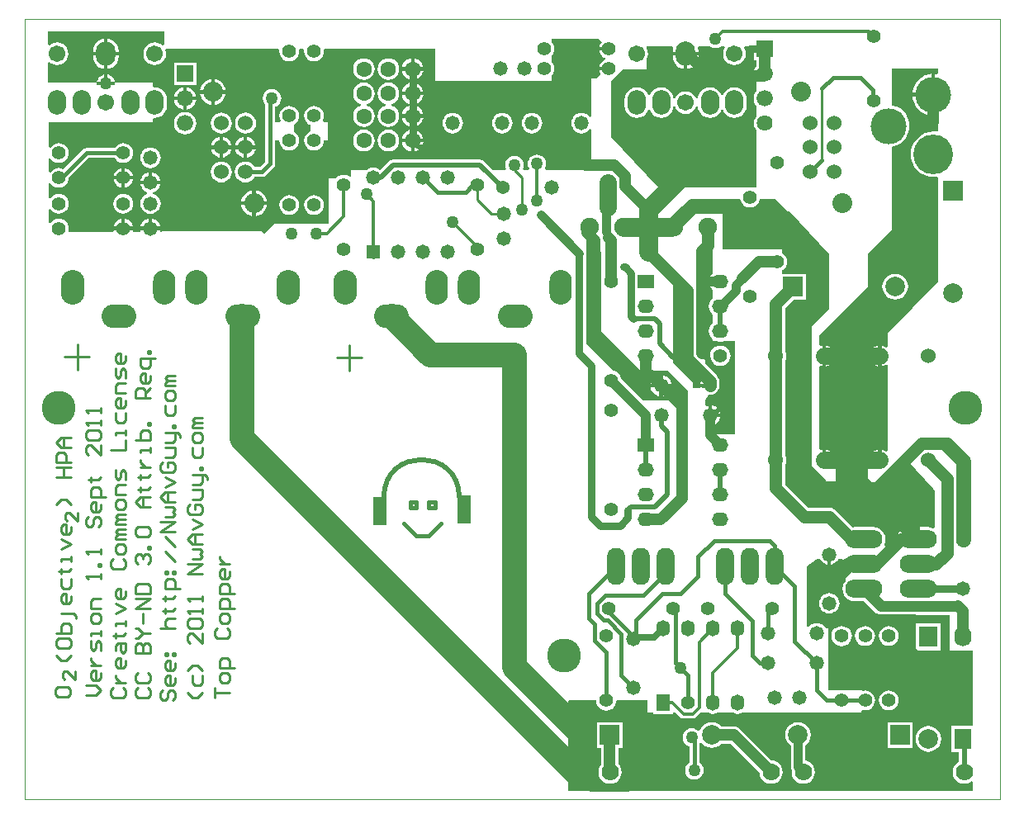
<source format=gtl>
%FSTAX24Y24*%
%MOIN*%
G70*
G01*
G75*
G04 Layer_Physical_Order=1*
G04 Layer_Color=255*
%ADD10C,0.0200*%
%ADD11C,0.0220*%
%ADD12C,0.0160*%
%ADD13C,0.0100*%
%ADD14C,0.0150*%
%ADD15C,0.0120*%
%ADD16C,0.0300*%
%ADD17C,0.0250*%
%ADD18C,0.0450*%
%ADD19C,0.0420*%
%ADD20C,0.1000*%
%ADD21C,0.0350*%
%ADD22C,0.0500*%
%ADD23C,0.0600*%
%ADD24C,0.0700*%
%ADD25C,0.0400*%
%ADD26C,0.0550*%
%ADD27C,0.0380*%
%ADD28C,0.0750*%
%ADD29R,0.0559X0.1130*%
%ADD30C,0.0010*%
%ADD31C,0.0670*%
%ADD32O,0.0748X0.0984*%
%ADD33O,0.0787X0.0984*%
%ADD34O,0.0950X0.1400*%
%ADD35O,0.0900X0.1400*%
%ADD36O,0.1400X0.0950*%
%ADD37C,0.0750*%
%ADD38C,0.0580*%
%ADD39C,0.0640*%
%ADD40C,0.0660*%
%ADD41R,0.0660X0.0660*%
%ADD42C,0.0550*%
%ADD43O,0.0540X0.0580*%
%ADD44C,0.0540*%
%ADD45C,0.0500*%
%ADD46C,0.1600*%
%ADD47C,0.1450*%
%ADD48C,0.0700*%
%ADD49O,0.0740X0.1500*%
%ADD50O,0.1500X0.0740*%
%ADD51C,0.0600*%
%ADD52C,0.0800*%
%ADD53O,0.0550X0.0650*%
%ADD54R,0.0550X0.0650*%
%ADD55R,0.0580X0.0580*%
%ADD56O,0.0650X0.0550*%
%ADD57R,0.0650X0.0550*%
%ADD58R,0.0787X0.0787*%
%ADD59C,0.0787*%
%ADD60R,0.0787X0.0787*%
%ADD61R,0.0730X0.0800*%
%ADD62R,0.0690X0.0800*%
%ADD63O,0.0690X0.0800*%
%ADD64C,0.1370*%
%ADD65C,0.0630*%
G36*
X0172Y-002168D02*
X017148Y-002216D01*
X017075Y-002208D01*
Y-00305D01*
Y-003892D01*
X017148Y-003884D01*
X0172Y-003932D01*
Y-004495D01*
X017148Y-004542D01*
X017Y-004527D01*
X01682Y-004545D01*
X016646Y-004597D01*
X016486Y-004683D01*
X016346Y-004798D01*
X016231Y-004938D01*
X016146Y-005098D01*
X016093Y-005271D01*
X016076Y-005452D01*
X016093Y-005632D01*
X016146Y-005805D01*
X016231Y-005965D01*
X016346Y-006105D01*
X016486Y-00622D01*
X016646Y-006306D01*
X01682Y-006358D01*
X017Y-006376D01*
X017148Y-006361D01*
X0172Y-006408D01*
Y-0106D01*
X015143Y-0127D01*
Y-013224D01*
X01508Y-013255D01*
X015052Y-013233D01*
X01495Y-013191D01*
X014915Y-013186D01*
Y-0136D01*
Y-014014D01*
X01495Y-014009D01*
X015052Y-013967D01*
X01508Y-013945D01*
X015143Y-013976D01*
Y-017424D01*
X01508Y-017455D01*
X015052Y-017433D01*
X01495Y-017391D01*
X014915Y-017386D01*
Y-0178D01*
X01484D01*
Y-017875D01*
X014426D01*
X014416Y-0178D01*
X013024D01*
X013014Y-017875D01*
X0126D01*
Y-0178D01*
X012525D01*
Y-017386D01*
X01249Y-017391D01*
X012458Y-017404D01*
X0124Y-017365D01*
Y-014035D01*
X012458Y-013996D01*
X01249Y-014009D01*
X012525Y-014014D01*
Y-0136D01*
Y-013186D01*
X01249Y-013191D01*
X012458Y-013204D01*
X0124Y-013165D01*
Y-0128D01*
X014359Y-0108D01*
Y-0095D01*
X015241Y-0086D01*
X015339Y-0085D01*
Y-005144D01*
X015355Y-005143D01*
X015514Y-005094D01*
X015661Y-005016D01*
X015789Y-00491D01*
X015895Y-004782D01*
X015973Y-004635D01*
X016022Y-004475D01*
X016038Y-00431D01*
X016022Y-004144D01*
X015973Y-003985D01*
X015895Y-003838D01*
X015789Y-003709D01*
X015661Y-003604D01*
X015514Y-003525D01*
X015355Y-003477D01*
X015339Y-003476D01*
Y-002D01*
X0172D01*
Y-002168D01*
D02*
G37*
G36*
X0081Y-010269D02*
X008054Y-010304D01*
X007987Y-010391D01*
X007946Y-010492D01*
X007941Y-010525D01*
X0084D01*
Y-010675D01*
X007941D01*
X007946Y-010708D01*
X007987Y-010809D01*
X008054Y-010896D01*
X0081Y-010931D01*
Y-011269D01*
X008054Y-011304D01*
X007987Y-011391D01*
X007946Y-011492D01*
X007931Y-0116D01*
X007946Y-011708D01*
X007987Y-011809D01*
X008054Y-011896D01*
X0081Y-011931D01*
Y-012269D01*
X008054Y-012304D01*
X007987Y-012391D01*
X007946Y-012492D01*
X007931Y-0126D01*
X007946Y-012708D01*
X007987Y-012809D01*
X008054Y-012896D01*
X0081Y-012931D01*
Y-013D01*
X008231D01*
X008242Y-013004D01*
X00835Y-013019D01*
X00845D01*
X008558Y-013004D01*
X008569Y-013D01*
X009D01*
Y-01675D01*
X007984D01*
Y-016646D01*
X0078D01*
Y-016412D01*
X007842Y-016385D01*
X007877Y-016399D01*
X007909Y-016404D01*
Y-016D01*
Y-015596D01*
X007877Y-015601D01*
X007842Y-015615D01*
X0078Y-015588D01*
Y-015381D01*
X007914Y-015164D01*
X007984Y-015173D01*
X008081Y-01516D01*
X008171Y-015123D01*
X008248Y-015064D01*
X008307Y-014987D01*
X008345Y-014897D01*
X008357Y-0148D01*
Y-014634D01*
X008345Y-014538D01*
X008307Y-014448D01*
X008248Y-01437D01*
X0078Y-013922D01*
Y-013586D01*
X007755D01*
X007752Y-01359D01*
X007702D01*
X00765Y-013512D01*
Y-0091D01*
X0081D01*
Y-010269D01*
D02*
G37*
G36*
X007Y-011112D02*
X00705D01*
Y-013774D01*
X007722Y-014462D01*
X007719Y-014512D01*
X007706Y-014522D01*
X007644Y-014603D01*
X007604Y-014698D01*
X007601Y-014725D01*
X007984D01*
Y-014875D01*
X007601D01*
X007599Y-014862D01*
X007566Y-0149D01*
X0073D01*
Y-014695D01*
X0065Y-013876D01*
Y-010907D01*
Y-010666D01*
X006546Y-010647D01*
X007Y-011112D01*
D02*
G37*
G36*
X011097Y-00775D02*
X01115Y-007805D01*
Y-00777D01*
X011197Y-007752D01*
X01278Y-0095D01*
Y-01165D01*
Y-0117D01*
X012107Y-0124D01*
Y-0183D01*
X0121D01*
X012488Y-018688D01*
X01305D01*
Y-018D01*
X0131Y-01795D01*
X01435D01*
Y-018688D01*
X015D01*
X015803Y-017814D01*
X015947D01*
X017Y-01896D01*
X01705Y-019015D01*
Y-020518D01*
X016992Y-020557D01*
X016908Y-020523D01*
X01678Y-020506D01*
X016475D01*
Y-021D01*
X0164D01*
Y-021075D01*
X015536D01*
X015543Y-021128D01*
X01559Y-021242D01*
X015551Y-0213D01*
X015049D01*
X01501Y-021242D01*
X015057Y-021128D01*
X015074Y-021D01*
X015057Y-020872D01*
X015008Y-020753D01*
X014929Y-020651D01*
X014827Y-020572D01*
X014708Y-020523D01*
X01458Y-020506D01*
X01382D01*
X013744Y-020516D01*
X013064Y-019836D01*
X012987Y-019777D01*
X012897Y-01974D01*
X0128Y-019727D01*
X011955D01*
X011013Y-018785D01*
Y-0183D01*
Y-017997D01*
X011049Y-01791D01*
X011064Y-0178D01*
X011057Y-01775D01*
X011049Y-01769D01*
X011013Y-017603D01*
Y-013797D01*
X011049Y-01371D01*
X011064Y-0136D01*
X011049Y-01349D01*
X011013Y-013403D01*
Y-011656D01*
X011355Y-011314D01*
X011855D01*
Y-010286D01*
X010904D01*
Y-010141D01*
X010982Y-010082D01*
X011045Y-009999D01*
X011085Y-009903D01*
X011098Y-0098D01*
X011085Y-009697D01*
X011045Y-009601D01*
X010982Y-009518D01*
X010904Y-009459D01*
Y-0093D01*
X0085D01*
Y-00725D01*
X009208D01*
X009215Y-007303D01*
X009255Y-007399D01*
X009318Y-007482D01*
X009401Y-007545D01*
X009497Y-007585D01*
X0096Y-007598D01*
X009703Y-007585D01*
X009799Y-007545D01*
X009882Y-007482D01*
X009945Y-007399D01*
X009985Y-007303D01*
X009992Y-00725D01*
X010616D01*
X011097Y-00775D01*
D02*
G37*
G36*
X012875Y-022019D02*
X012907Y-022015D01*
X013007Y-021974D01*
X013092Y-021908D01*
X013158Y-021823D01*
X013167Y-0218D01*
X013309D01*
X013348Y-021858D01*
X013343Y-021872D01*
X013336Y-021925D01*
X0142D01*
Y-022075D01*
X013336D01*
X013343Y-022128D01*
X013392Y-022247D01*
X013442Y-022313D01*
Y-022687D01*
X013392Y-022753D01*
X013343Y-022872D01*
X013326Y-023D01*
X013343Y-023128D01*
X013392Y-023247D01*
X013442Y-023313D01*
Y-023342D01*
X013453Y-023357D01*
X013558Y-023437D01*
X013679Y-023487D01*
X01381Y-023504D01*
X014184D01*
X01464Y-02396D01*
X014691Y-024D01*
X014724D01*
X014726Y-024001D01*
X01481Y-024036D01*
X0149Y-024048D01*
X014977Y-024038D01*
X0163D01*
Y-024058D01*
X01765D01*
Y-0255D01*
X0186D01*
Y-0283D01*
Y-028539D01*
X017735D01*
Y-029579D01*
X018026D01*
Y-029984D01*
X018013Y-029989D01*
X017915Y-030065D01*
X017839Y-030163D01*
X017792Y-030277D01*
X017776Y-0304D01*
X017792Y-030523D01*
X017839Y-030637D01*
X017915Y-030735D01*
X018013Y-030811D01*
X018127Y-030858D01*
X01825Y-030874D01*
X018373Y-030858D01*
X018487Y-030811D01*
X018537Y-030772D01*
X0186Y-030803D01*
Y-031173D01*
X00225D01*
Y-028294D01*
Y-02755D01*
X0023Y-0275D01*
X003381D01*
X003396Y-027608D01*
X003438Y-027709D01*
X003504Y-027796D01*
X003591Y-027863D01*
X003692Y-027904D01*
X0038Y-027919D01*
X003908Y-027904D01*
X004009Y-027863D01*
X004096Y-027796D01*
X004162Y-027709D01*
X004204Y-027608D01*
X004219Y-0275D01*
X00545D01*
Y-028D01*
X005705D01*
Y-028045D01*
X006495D01*
Y-028D01*
X006597D01*
X006782Y-028185D01*
X006841Y-028225D01*
X006853Y-028227D01*
X006912Y-028239D01*
X007288D01*
X007347Y-028227D01*
X007359Y-028225D01*
X007418Y-028185D01*
X007603Y-028D01*
X007913D01*
X007997Y-028035D01*
X0081Y-028048D01*
X008203Y-028035D01*
X008287Y-028D01*
X008913D01*
X008997Y-028035D01*
X0091Y-028048D01*
X009203Y-028035D01*
X009287Y-028D01*
X0141D01*
Y-027932D01*
X014153Y-027886D01*
X01425Y-027898D01*
X014353Y-027885D01*
X014449Y-027845D01*
X014532Y-027782D01*
X014595Y-027699D01*
X014635Y-027603D01*
X014648Y-0275D01*
X014635Y-027397D01*
X014595Y-027301D01*
X014532Y-027218D01*
X014449Y-027155D01*
X014353Y-027115D01*
X01425Y-027102D01*
X014153Y-027114D01*
X0141Y-027068D01*
Y-027061D01*
X014042Y-027089D01*
X01402Y-0271D01*
X013419D01*
X013408Y-027096D01*
X0133Y-027081D01*
X013192Y-027096D01*
X013181Y-0271D01*
X01275D01*
Y-0246D01*
X012645D01*
X012642Y-024593D01*
X012577Y-024508D01*
X012491Y-024442D01*
X012391Y-024401D01*
X012284Y-024386D01*
X012177Y-024401D01*
X012077Y-024442D01*
X011992Y-024508D01*
X011966Y-024541D01*
X0119Y-024518D01*
Y-024053D01*
Y-022103D01*
X012256Y-021837D01*
X012305Y-0218D01*
X012433D01*
X012442Y-021823D01*
X012508Y-021908D01*
X012593Y-021974D01*
X012693Y-022015D01*
X012725Y-022019D01*
Y-021616D01*
X012875D01*
Y-022019D01*
D02*
G37*
G36*
X003186Y-00891D02*
X003245Y-008902D01*
X00325Y-0089D01*
X003542D01*
X003545Y-008929D01*
Y-0093D01*
X003556Y-009355D01*
X003587Y-009401D01*
X0036Y-009409D01*
Y-010481D01*
X003596Y-010492D01*
X003581Y-0106D01*
X003596Y-010708D01*
X0036Y-010719D01*
Y-012877D01*
X00505Y-014356D01*
Y-014509D01*
X005409D01*
X005146Y-014246D01*
X005165Y-0142D01*
X0063D01*
X0071Y-015D01*
Y-0151D01*
Y-015112D01*
X007097Y-015116D01*
X007081Y-0152D01*
Y-0156D01*
X006625D01*
X006425Y-0154D01*
D01*
D01*
X005285D01*
X004689Y-014804D01*
X004408Y-014517D01*
X004404Y-014492D01*
X004363Y-014391D01*
X004296Y-014304D01*
X004209Y-014238D01*
X004108Y-014196D01*
X00409Y-014193D01*
X003Y-013081D01*
Y-008943D01*
X003038Y-00891D01*
X003036Y-00891D01*
Y-0084D01*
X003186D01*
Y-00891D01*
D02*
G37*
G36*
X-01405Y-00104D02*
X-014113Y-001071D01*
X-014202Y-001003D01*
X-014313Y-000957D01*
X-014432Y-000941D01*
X-01455Y-000957D01*
X-014661Y-001003D01*
X-014756Y-001075D01*
X-014829Y-001171D01*
X-014875Y-001281D01*
X-01489Y-0014D01*
X-014875Y-001519D01*
X-014829Y-001629D01*
X-014756Y-001725D01*
X-014661Y-001797D01*
X-01455Y-001843D01*
X-014447Y-001857D01*
X-014432Y-001859D01*
X-014313Y-001843D01*
X-014202Y-001797D01*
X-014107Y-001725D01*
X-014034Y-001629D01*
X-013988Y-001519D01*
X-013973Y-0014D01*
X-013988Y-001281D01*
X-013998Y-001258D01*
X-013959Y-0012D01*
X-009438D01*
X-009392Y-001253D01*
X-009398Y-0013D01*
X-009385Y-001403D01*
X-009345Y-001499D01*
X-009282Y-001582D01*
X-009199Y-001645D01*
X-009103Y-001685D01*
X-009Y-001698D01*
X-008897Y-001685D01*
X-008801Y-001645D01*
X-008718Y-001582D01*
X-008655Y-001499D01*
X-008615Y-001403D01*
X-008602Y-0013D01*
X-008608Y-001253D01*
X-008562Y-0012D01*
X-008438D01*
X-008392Y-001253D01*
X-008398Y-0013D01*
X-008385Y-001403D01*
X-008345Y-001499D01*
X-008282Y-001582D01*
X-008199Y-001645D01*
X-008103Y-001685D01*
X-008Y-001698D01*
X-007897Y-001685D01*
X-007801Y-001645D01*
X-007718Y-001582D01*
X-007655Y-001499D01*
X-007615Y-001403D01*
X-007602Y-0013D01*
X-007608Y-001253D01*
X-007562Y-0012D01*
X-0031D01*
Y-0025D01*
X0016D01*
Y-002258D01*
X001645Y-002199D01*
X001685Y-002103D01*
X001698Y-002D01*
X001685Y-001897D01*
X001645Y-001801D01*
X0016Y-001742D01*
Y-001458D01*
X001645Y-001399D01*
X001685Y-001303D01*
X001698Y-0012D01*
X001685Y-001097D01*
X001645Y-001001D01*
X0016Y-000942D01*
Y-0008D01*
X0035D01*
X003618Y-000918D01*
X003555Y-001001D01*
X003515Y-001097D01*
X003511Y-001125D01*
X0039D01*
Y-001275D01*
X003511D01*
X003515Y-001303D01*
X003555Y-001399D01*
X003618Y-001482D01*
X003701Y-001545D01*
X003749Y-001565D01*
Y-001635D01*
X003701Y-001655D01*
X003618Y-001718D01*
X003555Y-001801D01*
X003515Y-001897D01*
X003511Y-001925D01*
X0039D01*
Y-002075D01*
X003511D01*
X003515Y-002103D01*
X003555Y-002199D01*
X003575Y-002225D01*
X0034Y-0024D01*
X0032D01*
Y-003939D01*
X003134Y-003961D01*
X003092Y-003908D01*
X003007Y-003842D01*
X002907Y-003801D01*
X0028Y-003786D01*
X002693Y-003801D01*
X002593Y-003842D01*
X002508Y-003908D01*
X002442Y-003993D01*
X002401Y-004093D01*
X002386Y-0042D01*
X002401Y-004307D01*
X002442Y-004407D01*
X002508Y-004492D01*
X002593Y-004558D01*
X002693Y-004599D01*
X0028Y-004614D01*
X002907Y-004599D01*
X003007Y-004558D01*
X003092Y-004492D01*
X003134Y-004439D01*
X0032Y-004461D01*
Y-0061D01*
X001346D01*
X001315Y-006037D01*
X001323Y-006027D01*
X00136Y-005937D01*
X001373Y-00584D01*
X00136Y-005743D01*
X001323Y-005653D01*
X001264Y-005576D01*
X001187Y-005517D01*
X001097Y-00548D01*
X001Y-005467D01*
X000903Y-00548D01*
X000813Y-005517D01*
X000736Y-005576D01*
X000677Y-005653D01*
X00064Y-005743D01*
X000627Y-00584D01*
X00064Y-005937D01*
X000677Y-006027D01*
X000685Y-006037D01*
X000654Y-0061D01*
X000466D01*
X000428Y-006042D01*
X00045Y-005987D01*
X000463Y-00589D01*
X00045Y-005793D01*
X000413Y-005703D01*
X000354Y-005626D01*
X000277Y-005567D01*
X000187Y-00553D01*
X00009Y-005517D01*
X-000007Y-00553D01*
X-000097Y-005567D01*
X-000174Y-005626D01*
X-000233Y-005703D01*
X-00027Y-005793D01*
X-000283Y-00589D01*
X-00027Y-005987D01*
X-000248Y-006042D01*
X-000287Y-0061D01*
X-000767D01*
X-001136Y-005731D01*
X-001208Y-005683D01*
X-001294Y-005666D01*
X-004811D01*
X-004897Y-005683D01*
X-00497Y-005731D01*
X-005329Y-006091D01*
X-005393Y-006042D01*
X-005493Y-006001D01*
X-0056Y-005986D01*
X-005707Y-006001D01*
X-005807Y-006042D01*
X-005883Y-0061D01*
X-0065D01*
Y-006351D01*
X-006545Y-006373D01*
X-006591Y-006338D01*
X-006692Y-006296D01*
X-0068Y-006281D01*
X-006908Y-006296D01*
X-007009Y-006338D01*
X-007096Y-006404D01*
X-007125Y-006442D01*
X-007392D01*
X-0074Y-00645D01*
Y-00825D01*
X-0096D01*
X-01Y-00865D01*
X-0101Y-00855D01*
X-0141D01*
Y-008561D01*
X-014166Y-008586D01*
X-014199Y-008547D01*
X-014196Y-008525D01*
X-015004D01*
X-015001Y-008547D01*
X-015047Y-0086D01*
X-015268D01*
X-015314Y-008547D01*
X-015311Y-008525D01*
X-016089D01*
X-016086Y-008547D01*
X-016132Y-0086D01*
X-017868D01*
X-017914Y-008547D01*
X-017902Y-00845D01*
X-017915Y-008347D01*
X-017955Y-008251D01*
X-018018Y-008168D01*
X-018101Y-008105D01*
X-018197Y-008065D01*
X-0183Y-008052D01*
X-018403Y-008065D01*
X-018499Y-008105D01*
X-018582Y-008168D01*
X-018634Y-008236D01*
X-0187Y-008214D01*
Y-007686D01*
X-018634Y-007664D01*
X-018582Y-007732D01*
X-018499Y-007795D01*
X-018403Y-007835D01*
X-0183Y-007848D01*
X-018197Y-007835D01*
X-018101Y-007795D01*
X-018018Y-007732D01*
X-017955Y-007649D01*
X-017915Y-007553D01*
X-017902Y-00745D01*
X-017915Y-007347D01*
X-017955Y-007251D01*
X-018018Y-007168D01*
X-018101Y-007105D01*
X-018197Y-007065D01*
X-0183Y-007052D01*
X-018403Y-007065D01*
X-018499Y-007105D01*
X-018582Y-007168D01*
X-018634Y-007236D01*
X-0187Y-007214D01*
Y-006636D01*
X-018634Y-006614D01*
X-018582Y-006682D01*
X-018499Y-006745D01*
X-018403Y-006785D01*
X-0183Y-006798D01*
X-018197Y-006785D01*
X-018101Y-006745D01*
X-018018Y-006682D01*
X-017955Y-006599D01*
X-017915Y-006503D01*
X-017902Y-0064D01*
X-017902Y-006394D01*
X-017108Y-005599D01*
X-016045D01*
X-016045Y-005599D01*
X-015982Y-005682D01*
X-015899Y-005745D01*
X-015803Y-005785D01*
X-0157Y-005798D01*
X-015597Y-005785D01*
X-015501Y-005745D01*
X-015418Y-005682D01*
X-015355Y-005599D01*
X-015315Y-005503D01*
X-015302Y-0054D01*
X-015315Y-005297D01*
X-015355Y-005201D01*
X-015418Y-005118D01*
X-015501Y-005055D01*
X-015597Y-005015D01*
X-0157Y-005002D01*
X-015803Y-005015D01*
X-015899Y-005055D01*
X-015982Y-005118D01*
X-016045Y-005201D01*
X-016045Y-005201D01*
X-01719D01*
X-017266Y-005216D01*
X-017331Y-005259D01*
X-018119Y-006048D01*
X-018197Y-006015D01*
X-0183Y-006002D01*
X-018403Y-006015D01*
X-018499Y-006055D01*
X-018582Y-006118D01*
X-018634Y-006186D01*
X-0187Y-006164D01*
Y-005636D01*
X-018634Y-005614D01*
X-018582Y-005682D01*
X-018499Y-005745D01*
X-018403Y-005785D01*
X-0183Y-005798D01*
X-018197Y-005785D01*
X-018101Y-005745D01*
X-018018Y-005682D01*
X-017955Y-005599D01*
X-017915Y-005503D01*
X-017902Y-0054D01*
X-017915Y-005297D01*
X-017955Y-005201D01*
X-018018Y-005118D01*
X-018101Y-005055D01*
X-018197Y-005015D01*
X-0183Y-005002D01*
X-018403Y-005015D01*
X-018499Y-005055D01*
X-018582Y-005118D01*
X-018634Y-005186D01*
X-0187Y-005164D01*
Y-00415D01*
X-0145D01*
Y-004029D01*
X-014447Y-003983D01*
X-014432Y-003985D01*
X-014303Y-003968D01*
X-014182Y-003918D01*
X-014079Y-003839D01*
X-014Y-003736D01*
X-01395Y-003616D01*
X-013933Y-003487D01*
Y-00325D01*
X-01395Y-003121D01*
X-014Y-003001D01*
X-014079Y-002898D01*
X-014182Y-002819D01*
X-014303Y-002769D01*
X-014432Y-002752D01*
X-014447Y-002754D01*
X-0145Y-002708D01*
Y-00255D01*
X-016033D01*
X-016027Y-0026D01*
X-016037Y-002675D01*
X-016763D01*
X-016773Y-0026D01*
X-016767Y-00255D01*
X-01875D01*
Y-00176D01*
X-018687Y-001729D01*
X-018598Y-001797D01*
X-018487Y-001843D01*
X-018369Y-001859D01*
X-01825Y-001843D01*
X-018139Y-001797D01*
X-018044Y-001725D01*
X-017971Y-001629D01*
X-017925Y-001519D01*
X-01791Y-0014D01*
X-017925Y-001281D01*
X-017971Y-001171D01*
X-018044Y-001075D01*
X-018139Y-001003D01*
X-01825Y-000957D01*
X-018369Y-000941D01*
X-018487Y-000957D01*
X-018598Y-001003D01*
X-018687Y-001071D01*
X-01875Y-00104D01*
Y-0005D01*
X-01405D01*
Y-00104D01*
D02*
G37*
G36*
X00975Y-001125D02*
X0102D01*
Y-001275D01*
X00975D01*
Y-00165D01*
X00985D01*
Y-001917D01*
X009807Y-001973D01*
X009762Y-002083D01*
X009756Y-002125D01*
X0102D01*
Y-002275D01*
X009756D01*
X009762Y-002317D01*
X009807Y-002427D01*
X00985Y-002483D01*
Y-002917D01*
X009807Y-002973D01*
X009762Y-003083D01*
X009746Y-0032D01*
X009762Y-003317D01*
X009807Y-003427D01*
X00985Y-003483D01*
Y-003933D01*
X009816Y-003978D01*
X009771Y-004085D01*
X009756Y-0042D01*
X009771Y-004315D01*
X009816Y-004422D01*
X00985Y-004467D01*
Y-0068D01*
X005887D01*
X004Y-004764D01*
Y-002525D01*
X004472Y-002016D01*
X005415D01*
Y-001647D01*
X005429Y-001629D01*
X005475Y-001519D01*
X00549Y-0014D01*
X005475Y-001281D01*
X005429Y-001171D01*
X005415Y-001153D01*
Y-0011D01*
X006464D01*
X006503Y-001158D01*
X0065Y-001167D01*
X006482Y-001302D01*
Y-001325D01*
X007518D01*
Y-001302D01*
X0075Y-001167D01*
X007497Y-001158D01*
X007536Y-0011D01*
X007983D01*
X008013Y-001123D01*
X008103Y-00116D01*
X0082Y-001173D01*
X008297Y-00116D01*
X008387Y-001123D01*
X008417Y-0011D01*
X008546D01*
X008577Y-001163D01*
X008571Y-001171D01*
X008525Y-001281D01*
X00851Y-0014D01*
X008525Y-001519D01*
X008571Y-001629D01*
X008644Y-001725D01*
X008739Y-001797D01*
X00885Y-001843D01*
X008968Y-001859D01*
X009087Y-001843D01*
X009198Y-001797D01*
X009293Y-001725D01*
X009366Y-001629D01*
X009412Y-001519D01*
X009427Y-0014D01*
X009412Y-001281D01*
X009366Y-001171D01*
X00936Y-001163D01*
X009391Y-0011D01*
X00975D01*
Y-001125D01*
D02*
G37*
%LPC*%
G36*
X-015775Y-008061D02*
X-015803Y-008065D01*
X-015899Y-008105D01*
X-015982Y-008168D01*
X-016045Y-008251D01*
X-016085Y-008347D01*
X-016089Y-008375D01*
X-015775D01*
Y-008061D01*
D02*
G37*
G36*
X-014196Y-006675D02*
X-015004D01*
X-014999Y-006707D01*
X-014958Y-006807D01*
X-014892Y-006892D01*
X-014807Y-006958D01*
X-01473Y-00699D01*
Y-00706D01*
X-014807Y-007092D01*
X-014892Y-007158D01*
X-014958Y-007243D01*
X-014999Y-007343D01*
X-015014Y-00745D01*
X-014999Y-007557D01*
X-014958Y-007657D01*
X-014892Y-007742D01*
X-014807Y-007808D01*
X-014707Y-007849D01*
X-0146Y-007864D01*
X-0145Y-00785D01*
D01*
X-014493Y-007849D01*
X-014393Y-007808D01*
X-014308Y-007742D01*
X-014242Y-007657D01*
X-014201Y-007557D01*
X-014186Y-00745D01*
X-014201Y-007343D01*
X-014242Y-007243D01*
X-014308Y-007158D01*
X-014393Y-007092D01*
X-014458Y-007065D01*
X-01447Y-00706D01*
D01*
X-014493Y-007051D01*
X-0145Y-00705D01*
Y-007D01*
X-014493Y-006999D01*
X-01447Y-00699D01*
X-014393Y-006958D01*
X-014308Y-006892D01*
X-014242Y-006807D01*
X-014201Y-006707D01*
X-014196Y-006675D01*
D02*
G37*
G36*
X015459Y-010282D02*
X015325Y-0103D01*
X0152Y-010351D01*
X015093Y-010434D01*
X01501Y-010541D01*
X014959Y-010666D01*
X014941Y-0108D01*
X014959Y-010934D01*
X01501Y-011059D01*
X015093Y-011166D01*
X0152Y-011249D01*
X015325Y-0113D01*
X015459Y-011318D01*
X015593Y-0113D01*
X015718Y-011249D01*
X015825Y-011166D01*
X015908Y-011059D01*
X01596Y-010934D01*
X015977Y-0108D01*
X01596Y-010666D01*
X015908Y-010541D01*
X015825Y-010434D01*
X015718Y-010351D01*
X015593Y-0103D01*
X015459Y-010282D01*
D02*
G37*
G36*
X-008Y-007102D02*
X-008103Y-007115D01*
X-008199Y-007155D01*
X-008282Y-007218D01*
X-008345Y-007301D01*
X-008385Y-007397D01*
X-008398Y-0075D01*
X-008385Y-007603D01*
X-008345Y-007699D01*
X-008282Y-007782D01*
X-008199Y-007845D01*
X-008103Y-007885D01*
X-008Y-007898D01*
X-007897Y-007885D01*
X-007801Y-007845D01*
X-007718Y-007782D01*
X-007655Y-007699D01*
X-007615Y-007603D01*
X-007602Y-0075D01*
X-007615Y-007397D01*
X-007655Y-007301D01*
X-007718Y-007218D01*
X-007801Y-007155D01*
X-007897Y-007115D01*
X-008Y-007102D01*
D02*
G37*
G36*
X-009D02*
X-009103Y-007115D01*
X-009199Y-007155D01*
X-009282Y-007218D01*
X-009345Y-007301D01*
X-009385Y-007397D01*
X-009398Y-0075D01*
X-009385Y-007603D01*
X-009345Y-007699D01*
X-009282Y-007782D01*
X-009199Y-007845D01*
X-009103Y-007885D01*
X-009Y-007898D01*
X-008897Y-007885D01*
X-008801Y-007845D01*
X-008718Y-007782D01*
X-008655Y-007699D01*
X-008615Y-007603D01*
X-008602Y-0075D01*
X-008615Y-007397D01*
X-008655Y-007301D01*
X-008718Y-007218D01*
X-008801Y-007155D01*
X-008897Y-007115D01*
X-009Y-007102D01*
D02*
G37*
G36*
X-010495Y-007505D02*
X-010935D01*
X-010927Y-007566D01*
X-010874Y-007692D01*
X-010791Y-007801D01*
X-010682Y-007884D01*
X-010556Y-007937D01*
X-010495Y-007945D01*
Y-007505D01*
D02*
G37*
G36*
X-014525Y-008046D02*
Y-008375D01*
X-014196D01*
X-014201Y-008343D01*
X-014242Y-008243D01*
X-014308Y-008158D01*
X-014393Y-008092D01*
X-014493Y-008051D01*
X-0145Y-00805D01*
D01*
X-014525Y-008046D01*
D02*
G37*
G36*
X-014675D02*
X-014707Y-008051D01*
X-014807Y-008092D01*
X-014892Y-008158D01*
X-014958Y-008243D01*
X-014999Y-008343D01*
X-015004Y-008375D01*
X-014675D01*
Y-008046D01*
D02*
G37*
G36*
X-009905Y-007505D02*
X-010345D01*
Y-007945D01*
X-010284Y-007937D01*
X-010158Y-007884D01*
X-010049Y-007801D01*
X-009966Y-007692D01*
X-009913Y-007566D01*
X-009905Y-007505D01*
D02*
G37*
G36*
X-015625Y-008061D02*
Y-008375D01*
X-015311D01*
X-015315Y-008347D01*
X-015355Y-008251D01*
X-015418Y-008168D01*
X-015501Y-008105D01*
X-015597Y-008065D01*
X-015625Y-008061D01*
D02*
G37*
G36*
Y-006011D02*
Y-006325D01*
X-015311D01*
X-015315Y-006297D01*
X-015355Y-006201D01*
X-015418Y-006118D01*
X-015501Y-006055D01*
X-015597Y-006015D01*
X-015625Y-006011D01*
D02*
G37*
G36*
X-015775D02*
X-015803Y-006015D01*
X-015899Y-006055D01*
X-015982Y-006118D01*
X-016045Y-006201D01*
X-016085Y-006297D01*
X-016089Y-006325D01*
X-015775D01*
Y-006011D01*
D02*
G37*
G36*
X-014525Y-006196D02*
Y-006525D01*
X-014196D01*
X-014201Y-006493D01*
X-014242Y-006393D01*
X-014308Y-006308D01*
X-014393Y-006242D01*
X-014493Y-006201D01*
X-0145Y-0062D01*
D01*
X-014525Y-006196D01*
D02*
G37*
G36*
X-011326Y-005245D02*
X-011665D01*
Y-005584D01*
X-01163Y-005579D01*
X-011528Y-005537D01*
X-01144Y-00547D01*
X-011373Y-005382D01*
X-011331Y-00528D01*
X-011326Y-005245D01*
D02*
G37*
G36*
X-011815D02*
X-012154D01*
X-012149Y-00528D01*
X-012107Y-005382D01*
X-01204Y-00547D01*
X-011952Y-005537D01*
X-01185Y-005579D01*
X-011815Y-005584D01*
Y-005245D01*
D02*
G37*
G36*
X-0146Y-005186D02*
X-014707Y-005201D01*
X-014807Y-005242D01*
X-014892Y-005308D01*
X-014958Y-005393D01*
X-014999Y-005493D01*
X-015014Y-0056D01*
X-014999Y-005707D01*
X-014958Y-005807D01*
X-014892Y-005892D01*
X-014807Y-005958D01*
X-014707Y-005999D01*
X-0146Y-006014D01*
X-0145Y-006D01*
D01*
X-014493Y-005999D01*
X-014393Y-005958D01*
X-014308Y-005892D01*
X-014242Y-005807D01*
X-014201Y-005707D01*
X-014186Y-0056D01*
X-014201Y-005493D01*
X-014242Y-005393D01*
X-014308Y-005308D01*
X-014393Y-005242D01*
X-014493Y-005201D01*
X-0145Y-0052D01*
D01*
X-0146Y-005186D01*
D02*
G37*
G36*
X-014675Y-006196D02*
X-014707Y-006201D01*
X-014807Y-006242D01*
X-014892Y-006308D01*
X-014958Y-006393D01*
X-014999Y-006493D01*
X-015004Y-006525D01*
X-014675D01*
Y-006196D01*
D02*
G37*
G36*
X-010345Y-006915D02*
Y-007355D01*
X-009905D01*
X-009913Y-007294D01*
X-009966Y-007168D01*
X-010049Y-007059D01*
X-010158Y-006976D01*
X-010284Y-006923D01*
X-010345Y-006915D01*
D02*
G37*
G36*
X-010495D02*
X-010556Y-006923D01*
X-010682Y-006976D01*
X-010791Y-007059D01*
X-010874Y-007168D01*
X-010927Y-007294D01*
X-010935Y-007355D01*
X-010495D01*
Y-006915D01*
D02*
G37*
G36*
X-0157Y-007052D02*
X-015803Y-007065D01*
X-015899Y-007105D01*
X-015982Y-007168D01*
X-016045Y-007251D01*
X-016085Y-007347D01*
X-016098Y-00745D01*
X-016085Y-007553D01*
X-016045Y-007649D01*
X-015982Y-007732D01*
X-015899Y-007795D01*
X-015803Y-007835D01*
X-0157Y-007848D01*
X-015597Y-007835D01*
X-015501Y-007795D01*
X-015418Y-007732D01*
X-015355Y-007649D01*
X-015315Y-007553D01*
X-015302Y-00745D01*
X-015315Y-007347D01*
X-015355Y-007251D01*
X-015418Y-007168D01*
X-015501Y-007105D01*
X-015597Y-007065D01*
X-0157Y-007052D01*
D02*
G37*
G36*
X-01174Y-005746D02*
X-01185Y-005761D01*
X-011952Y-005803D01*
X-01204Y-00587D01*
X-012107Y-005958D01*
X-012149Y-00606D01*
X-012164Y-00617D01*
X-012149Y-00628D01*
X-012107Y-006382D01*
X-01204Y-00647D01*
X-011952Y-006537D01*
X-01185Y-006579D01*
X-01174Y-006594D01*
X-01163Y-006579D01*
X-011528Y-006537D01*
X-01144Y-00647D01*
X-011373Y-006382D01*
X-011331Y-00628D01*
X-011316Y-00617D01*
X-011331Y-00606D01*
X-011373Y-005958D01*
X-01144Y-00587D01*
X-011528Y-005803D01*
X-01163Y-005761D01*
X-01174Y-005746D01*
D02*
G37*
G36*
X-015311Y-006475D02*
X-015625D01*
Y-006789D01*
X-015597Y-006785D01*
X-015501Y-006745D01*
X-015418Y-006682D01*
X-015355Y-006599D01*
X-015315Y-006503D01*
X-015311Y-006475D01*
D02*
G37*
G36*
X-015775D02*
X-016089D01*
X-016085Y-006503D01*
X-016045Y-006599D01*
X-015982Y-006682D01*
X-015899Y-006745D01*
X-015803Y-006785D01*
X-015775Y-006789D01*
Y-006475D01*
D02*
G37*
G36*
X014765Y-013186D02*
X01473Y-013191D01*
X014628Y-013233D01*
X01454Y-0133D01*
X014473Y-013388D01*
X014431Y-01349D01*
X014426Y-013525D01*
X014765D01*
Y-013186D01*
D02*
G37*
G36*
X01425Y-024502D02*
X014147Y-024515D01*
X014051Y-024555D01*
X013992Y-0246D01*
X013959D01*
X013954Y-024604D01*
X013887Y-024691D01*
X013846Y-024792D01*
X013831Y-0249D01*
X013846Y-025008D01*
X013887Y-025109D01*
X013954Y-025196D01*
X014041Y-025262D01*
X014135Y-025301D01*
X014153Y-025286D01*
X01425Y-025298D01*
X014353Y-025285D01*
X014449Y-025245D01*
X014532Y-025182D01*
X014595Y-025099D01*
X014635Y-025003D01*
X014648Y-0249D01*
X014635Y-024797D01*
X014595Y-024701D01*
X014532Y-024618D01*
X014449Y-024555D01*
X014353Y-024515D01*
X01425Y-024502D01*
D02*
G37*
G36*
X0133D02*
X013197Y-024515D01*
X013101Y-024555D01*
X013042Y-0246D01*
X013009D01*
X013004Y-024604D01*
X012938Y-024691D01*
X012896Y-024792D01*
X012881Y-0249D01*
X012896Y-025008D01*
X012938Y-025109D01*
X013004Y-025196D01*
X013091Y-025262D01*
X013192Y-025304D01*
X0133Y-025319D01*
X013408Y-025304D01*
X013509Y-025262D01*
X013596Y-025196D01*
X013663Y-025109D01*
X013704Y-025008D01*
X013719Y-0249D01*
X013704Y-024792D01*
X013663Y-024691D01*
X013596Y-024604D01*
X013591Y-0246D01*
X013558D01*
X013499Y-024555D01*
X013403Y-024515D01*
X0133Y-024502D01*
D02*
G37*
G36*
X017305Y-024401D02*
X0163D01*
Y-0254D01*
X016315Y-025415D01*
Y-025461D01*
X016361D01*
X016381Y-025481D01*
X017305D01*
Y-024401D01*
D02*
G37*
G36*
X016325Y-020506D02*
X01602D01*
X015892Y-020523D01*
X015773Y-020572D01*
X015671Y-020651D01*
X015592Y-020753D01*
X015543Y-020872D01*
X015536Y-020925D01*
X016325D01*
Y-020506D01*
D02*
G37*
G36*
X0128Y-023171D02*
X012693Y-023185D01*
X012593Y-023226D01*
X012508Y-023292D01*
X012442Y-023377D01*
X012401Y-023477D01*
X012386Y-023584D01*
X012401Y-023691D01*
X012442Y-023791D01*
X012508Y-023877D01*
X012593Y-023942D01*
X012693Y-023984D01*
X012691Y-024D01*
X012909D01*
X012907Y-023984D01*
X013007Y-023942D01*
X013092Y-023877D01*
X013158Y-023791D01*
X013199Y-023691D01*
X013214Y-023584D01*
X013199Y-023477D01*
X013158Y-023377D01*
X013092Y-023292D01*
X013007Y-023226D01*
X012907Y-023185D01*
X0128Y-023171D01*
D02*
G37*
G36*
X0152Y-024502D02*
X015097Y-024515D01*
X015001Y-024555D01*
X014918Y-024618D01*
X014855Y-024701D01*
X014815Y-024797D01*
X014802Y-0249D01*
X014815Y-025003D01*
X014855Y-025099D01*
X014918Y-025182D01*
X015001Y-025245D01*
X015097Y-025285D01*
X0152Y-025298D01*
X015303Y-025285D01*
X015399Y-025245D01*
X015482Y-025182D01*
X015545Y-025099D01*
X015585Y-025003D01*
X015598Y-0249D01*
X015585Y-024797D01*
X015545Y-024701D01*
X015482Y-024618D01*
X015399Y-024555D01*
X015303Y-024515D01*
X0152Y-024502D01*
D02*
G37*
G36*
X0168Y-028541D02*
X016666Y-028559D01*
X016541Y-02861D01*
X016434Y-028693D01*
X016351Y-0288D01*
X0163Y-028925D01*
X016282Y-029059D01*
X0163Y-029193D01*
X016351Y-029318D01*
X016434Y-029425D01*
X016541Y-029508D01*
X016666Y-02956D01*
X0168Y-029577D01*
X016934Y-02956D01*
X017059Y-029508D01*
X017166Y-029425D01*
X017249Y-029318D01*
X0173Y-029193D01*
X017318Y-029059D01*
X0173Y-028925D01*
X017249Y-0288D01*
X017166Y-028693D01*
X017059Y-02861D01*
X016934Y-028559D01*
X0168Y-028541D01*
D02*
G37*
G36*
X011541Y-028382D02*
X011407Y-0284D01*
X011282Y-028451D01*
X011175Y-028534D01*
X011092Y-028641D01*
X01104Y-028766D01*
X011023Y-0289D01*
X01104Y-029034D01*
X011092Y-029159D01*
X011175Y-029266D01*
X011243Y-029319D01*
Y-030191D01*
X011254Y-030268D01*
X011283Y-03034D01*
X011284Y-03034D01*
X011276Y-0304D01*
X011292Y-030523D01*
X011339Y-030637D01*
X011415Y-030735D01*
X011513Y-030811D01*
X011627Y-030858D01*
X01175Y-030874D01*
X011873Y-030858D01*
X011987Y-030811D01*
X012085Y-030735D01*
X012161Y-030637D01*
X012208Y-030523D01*
X012224Y-0304D01*
X012208Y-030277D01*
X012161Y-030163D01*
X012085Y-030065D01*
X011987Y-029989D01*
X011873Y-029942D01*
X011838Y-029938D01*
Y-029319D01*
X011907Y-029266D01*
X01199Y-029159D01*
X012041Y-029034D01*
X012059Y-0289D01*
X012041Y-028766D01*
X01199Y-028641D01*
X011907Y-028534D01*
X0118Y-028451D01*
X011675Y-0284D01*
X011541Y-028382D01*
D02*
G37*
G36*
X004455Y-028386D02*
X003427D01*
Y-029414D01*
X003593D01*
Y-030093D01*
X003539Y-030163D01*
X003492Y-030277D01*
X003476Y-0304D01*
X003492Y-030523D01*
X003539Y-030637D01*
X003615Y-030735D01*
X003713Y-030811D01*
X003827Y-030858D01*
X00395Y-030874D01*
X004073Y-030858D01*
X004187Y-030811D01*
X004285Y-030735D01*
X004361Y-030637D01*
X004408Y-030523D01*
X004424Y-0304D01*
X004408Y-030277D01*
X004361Y-030163D01*
X004289Y-03007D01*
Y-029414D01*
X004455D01*
Y-028386D01*
D02*
G37*
G36*
X0152Y-027102D02*
X015097Y-027115D01*
X015001Y-027155D01*
X014918Y-027218D01*
X014855Y-027301D01*
X014815Y-027397D01*
X014802Y-0275D01*
X014815Y-027603D01*
X014855Y-027699D01*
X014918Y-027782D01*
X015001Y-027845D01*
X015097Y-027885D01*
X0152Y-027898D01*
X015303Y-027885D01*
X015399Y-027845D01*
X015482Y-027782D01*
X015545Y-027699D01*
X015585Y-027603D01*
X015598Y-0275D01*
X015585Y-027397D01*
X015545Y-027301D01*
X015482Y-027218D01*
X015399Y-027155D01*
X015303Y-027115D01*
X0152Y-027102D01*
D02*
G37*
G36*
X008059Y-028382D02*
X007925Y-0284D01*
X0078Y-028451D01*
X007693Y-028534D01*
X00761Y-028641D01*
X007597Y-028672D01*
X007519Y-028732D01*
X007512Y-028734D01*
X007437Y-028677D01*
X007347Y-02864D01*
X00725Y-028627D01*
X007153Y-02864D01*
X007063Y-028677D01*
X006986Y-028736D01*
X006927Y-028813D01*
X00689Y-028903D01*
X006877Y-029D01*
X00689Y-029097D01*
X006927Y-029187D01*
X006986Y-029264D01*
X007063Y-029323D01*
X007151Y-02936D01*
Y-030016D01*
X007086Y-030066D01*
X007027Y-030143D01*
X00699Y-030233D01*
X006977Y-03033D01*
X00699Y-030427D01*
X007027Y-030517D01*
X007086Y-030594D01*
X007163Y-030653D01*
X007253Y-03069D01*
X00735Y-030703D01*
X007447Y-03069D01*
X007537Y-030653D01*
X007614Y-030594D01*
X007673Y-030517D01*
X00771Y-030427D01*
X007723Y-03033D01*
X00771Y-030233D01*
X007673Y-030143D01*
X007614Y-030066D01*
X007549Y-030016D01*
Y-029239D01*
X007607Y-029201D01*
X007659Y-029222D01*
X007693Y-029266D01*
X0078Y-029349D01*
X007925Y-0294D01*
X008059Y-029418D01*
X008193Y-0294D01*
X008318Y-029349D01*
X008425Y-029266D01*
X00844Y-029248D01*
X008806D01*
X009979Y-030421D01*
X009992Y-030523D01*
X010039Y-030637D01*
X010115Y-030735D01*
X010213Y-030811D01*
X010327Y-030858D01*
X01045Y-030874D01*
X010573Y-030858D01*
X010687Y-030811D01*
X010785Y-030735D01*
X010861Y-030637D01*
X010908Y-030523D01*
X010924Y-0304D01*
X010908Y-030277D01*
X010861Y-030163D01*
X010785Y-030065D01*
X010687Y-029989D01*
X010573Y-029942D01*
X010471Y-029929D01*
X009196Y-028654D01*
X009124Y-028599D01*
X00904Y-028564D01*
X00895Y-028552D01*
X00844D01*
X008425Y-028534D01*
X008318Y-028451D01*
X008193Y-0284D01*
X008059Y-028382D01*
D02*
G37*
G36*
X016173Y-028386D02*
X015145D01*
Y-029414D01*
X016173D01*
Y-028386D01*
D02*
G37*
G36*
X013014Y-013675D02*
X012675D01*
Y-014014D01*
X01271Y-014009D01*
X012812Y-013967D01*
X0129Y-0139D01*
X012967Y-013812D01*
X013009Y-01371D01*
X013014Y-013675D01*
D02*
G37*
G36*
X006091Y-014376D02*
Y-014725D01*
X00644D01*
X006435Y-014688D01*
X006391Y-014583D01*
X006322Y-014493D01*
X006233Y-014424D01*
X006128Y-014381D01*
X006091Y-014376D01*
D02*
G37*
G36*
X005941D02*
X005903Y-014381D01*
X005799Y-014424D01*
X005709Y-014493D01*
X005661Y-014556D01*
X00564Y-014583D01*
X005597Y-014688D01*
X005592Y-014725D01*
X005941D01*
Y-014376D01*
D02*
G37*
G36*
X012675Y-013186D02*
Y-013525D01*
X013014D01*
X013009Y-01349D01*
X012967Y-013388D01*
X0129Y-0133D01*
X012812Y-013233D01*
X01271Y-013191D01*
X012675Y-013186D01*
D02*
G37*
G36*
X0084Y-013181D02*
X008292Y-013196D01*
X008191Y-013238D01*
X008104Y-013304D01*
X0081Y-013309D01*
X008037Y-013391D01*
X007996Y-013492D01*
X007985Y-013572D01*
X008003Y-013592D01*
X008002Y-0136D01*
X008015Y-013703D01*
X008055Y-013799D01*
X008118Y-013882D01*
X008201Y-013945D01*
X008297Y-013985D01*
X0084Y-013998D01*
X008503Y-013985D01*
X008599Y-013945D01*
X008682Y-013882D01*
X008745Y-013799D01*
X008751Y-013785D01*
X008771Y-013789D01*
X008804Y-013708D01*
X008819Y-0136D01*
X008804Y-013492D01*
X008763Y-013391D01*
X008696Y-013304D01*
X008609Y-013238D01*
X008508Y-013196D01*
X0084Y-013181D01*
D02*
G37*
G36*
X014765Y-013675D02*
X014426D01*
X014431Y-01371D01*
X014473Y-013812D01*
X01454Y-0139D01*
X014628Y-013967D01*
X01473Y-014009D01*
X014765Y-014014D01*
Y-013675D01*
D02*
G37*
G36*
X008388Y-016075D02*
X008059D01*
Y-016404D01*
X008091Y-016399D01*
X008191Y-016358D01*
X008277Y-016292D01*
X008342Y-016207D01*
X008384Y-016107D01*
X008388Y-016075D01*
D02*
G37*
G36*
X014765Y-017386D02*
X01473Y-017391D01*
X014628Y-017433D01*
X01454Y-0175D01*
X014473Y-017588D01*
X014431Y-01769D01*
X014426Y-017725D01*
X014765D01*
Y-017386D01*
D02*
G37*
G36*
X012675D02*
Y-017725D01*
X013014D01*
X013009Y-01769D01*
X012967Y-017588D01*
X0129Y-0175D01*
X012812Y-017433D01*
X01271Y-017391D01*
X012675Y-017386D01*
D02*
G37*
G36*
X00644Y-014875D02*
X006091D01*
Y-015224D01*
X006128Y-015219D01*
X006233Y-015176D01*
X006253Y-01516D01*
X006322Y-015107D01*
X006391Y-015017D01*
X006435Y-014912D01*
X00644Y-014875D01*
D02*
G37*
G36*
X005941D02*
X005592D01*
X005597Y-014912D01*
X00564Y-015017D01*
X005647Y-015026D01*
X005709Y-015107D01*
X005799Y-015176D01*
X005903Y-015219D01*
X005941Y-015224D01*
Y-014875D01*
D02*
G37*
G36*
X008059Y-015596D02*
Y-015925D01*
X008388D01*
X008384Y-015893D01*
X008342Y-015793D01*
X008277Y-015708D01*
X008191Y-015642D01*
X008091Y-015601D01*
X008059Y-015596D01*
D02*
G37*
G36*
X-012155Y-002425D02*
X-012216Y-002433D01*
X-012342Y-002486D01*
X-012451Y-002569D01*
X-012534Y-002678D01*
X-012587Y-002804D01*
X-012595Y-002865D01*
X-012155D01*
Y-002425D01*
D02*
G37*
G36*
X-003941Y-002571D02*
Y-002925D01*
X-003587D01*
X-003592Y-002886D01*
X-003636Y-002781D01*
X-003706Y-00269D01*
X-003796Y-00262D01*
X-003902Y-002576D01*
X-003941Y-002571D01*
D02*
G37*
G36*
X-004091D02*
X-004129Y-002576D01*
X-004235Y-00262D01*
X-004326Y-00269D01*
X-004396Y-002781D01*
X-00444Y-002886D01*
X-004445Y-002925D01*
X-004091D01*
Y-002571D01*
D02*
G37*
G36*
X-016475Y-002237D02*
X-016497Y-00224D01*
X-016587Y-002277D01*
X-016664Y-002336D01*
X-016723Y-002413D01*
X-01676Y-002503D01*
X-016763Y-002525D01*
X-016475D01*
Y-002237D01*
D02*
G37*
G36*
X-01275Y-00175D02*
X-01365D01*
Y-00265D01*
X-01275D01*
Y-00175D01*
D02*
G37*
G36*
X-012005Y-002425D02*
Y-002865D01*
X-011565D01*
X-011573Y-002804D01*
X-011626Y-002678D01*
X-011709Y-002569D01*
X-011818Y-002486D01*
X-011944Y-002433D01*
X-012005Y-002425D01*
D02*
G37*
G36*
X016925Y-002208D02*
X016834Y-002217D01*
X016675Y-002266D01*
X016528Y-002344D01*
X0164Y-00245D01*
X016294Y-002578D01*
X016216Y-002725D01*
X016167Y-002884D01*
X016158Y-002975D01*
X016925D01*
Y-002208D01*
D02*
G37*
G36*
X-011565Y-003015D02*
X-012005D01*
Y-003455D01*
X-011944Y-003447D01*
X-011818Y-003394D01*
X-011709Y-003311D01*
X-011626Y-003202D01*
X-011573Y-003076D01*
X-011565Y-003015D01*
D02*
G37*
G36*
X-012155D02*
X-012595D01*
X-012587Y-003076D01*
X-012534Y-003202D01*
X-012451Y-003311D01*
X-012342Y-003394D01*
X-012216Y-003447D01*
X-012155Y-003455D01*
Y-003015D01*
D02*
G37*
G36*
X-012756Y-003275D02*
X-013125D01*
Y-003644D01*
X-013083Y-003638D01*
X-012973Y-003593D01*
X-012879Y-003521D01*
X-012807Y-003427D01*
X-012762Y-003317D01*
X-012756Y-003275D01*
D02*
G37*
G36*
X008968Y-002752D02*
X00884Y-002769D01*
X008719Y-002819D01*
X008616Y-002898D01*
X008537Y-003001D01*
X008511Y-003063D01*
X008441D01*
X008416Y-003001D01*
X008337Y-002898D01*
X008233Y-002819D01*
X008113Y-002769D01*
X007984Y-002752D01*
X007855Y-002769D01*
X007735Y-002819D01*
X007632Y-002898D01*
X007553Y-003001D01*
X007503Y-003121D01*
X007493Y-003194D01*
X007424Y-003203D01*
X007397Y-003139D01*
X007325Y-003044D01*
X007229Y-002971D01*
X007119Y-002925D01*
X007Y-00291D01*
X006881Y-002925D01*
X006771Y-002971D01*
X006675Y-003044D01*
X006603Y-003139D01*
X006576Y-003203D01*
X006507Y-003194D01*
X006497Y-003121D01*
X006447Y-003001D01*
X006368Y-002898D01*
X006265Y-002819D01*
X006145Y-002769D01*
X006016Y-002752D01*
X005887Y-002769D01*
X005767Y-002819D01*
X005663Y-002898D01*
X005584Y-003001D01*
X005559Y-003063D01*
X005489D01*
X005463Y-003001D01*
X005384Y-002898D01*
X005281Y-002819D01*
X00516Y-002769D01*
X005031Y-002752D01*
X004903Y-002769D01*
X004782Y-002819D01*
X004679Y-002898D01*
X0046Y-003001D01*
X00455Y-003121D01*
X004533Y-00325D01*
Y-003487D01*
X00455Y-003616D01*
X0046Y-003736D01*
X004679Y-003839D01*
X004782Y-003918D01*
X004903Y-003968D01*
X005031Y-003985D01*
X00516Y-003968D01*
X005281Y-003918D01*
X005384Y-003839D01*
X005463Y-003736D01*
X005489Y-003674D01*
X005559D01*
X005584Y-003736D01*
X005663Y-003839D01*
X005767Y-003918D01*
X005887Y-003968D01*
X006016Y-003985D01*
X006145Y-003968D01*
X006265Y-003918D01*
X006368Y-003839D01*
X006447Y-003736D01*
X006497Y-003616D01*
X006507Y-003543D01*
X006576Y-003534D01*
X006603Y-003598D01*
X006675Y-003693D01*
X006771Y-003766D01*
X006881Y-003812D01*
X007Y-003827D01*
X007119Y-003812D01*
X007229Y-003766D01*
X007325Y-003693D01*
X007397Y-003598D01*
X007424Y-003534D01*
X007493Y-003543D01*
X007503Y-003616D01*
X007553Y-003736D01*
X007632Y-003839D01*
X007735Y-003918D01*
X007855Y-003968D01*
X007984Y-003985D01*
X008113Y-003968D01*
X008233Y-003918D01*
X008337Y-003839D01*
X008416Y-003736D01*
X008441Y-003674D01*
X008511D01*
X008537Y-003736D01*
X008616Y-003839D01*
X008719Y-003918D01*
X00884Y-003968D01*
X008968Y-003985D01*
X009097Y-003968D01*
X009218Y-003918D01*
X009321Y-003839D01*
X0094Y-003736D01*
X00945Y-003616D01*
X009467Y-003487D01*
Y-00325D01*
X00945Y-003121D01*
X0094Y-003001D01*
X009321Y-002898D01*
X009218Y-002819D01*
X009097Y-002769D01*
X008968Y-002752D01*
D02*
G37*
G36*
X-013125Y-002756D02*
Y-003125D01*
X-012756D01*
X-012762Y-003083D01*
X-012807Y-002973D01*
X-012879Y-002879D01*
X-012973Y-002807D01*
X-013083Y-002762D01*
X-013125Y-002756D01*
D02*
G37*
G36*
X-013275D02*
X-013317Y-002762D01*
X-013427Y-002807D01*
X-013521Y-002879D01*
X-013593Y-002973D01*
X-013638Y-003083D01*
X-013644Y-003125D01*
X-013275D01*
Y-002756D01*
D02*
G37*
G36*
X-004091Y-001587D02*
X-004129Y-001592D01*
X-004235Y-001636D01*
X-004326Y-001706D01*
X-004396Y-001796D01*
X-00444Y-001902D01*
X-004445Y-001941D01*
X-004091D01*
Y-001587D01*
D02*
G37*
G36*
X007518Y-001475D02*
X007075D01*
Y-002007D01*
X007134Y-001999D01*
X007259Y-001947D01*
X007366Y-001865D01*
X007449Y-001757D01*
X0075Y-001633D01*
X007518Y-001498D01*
Y-001475D01*
D02*
G37*
G36*
X006925D02*
X006482D01*
Y-001498D01*
X0065Y-001633D01*
X006551Y-001757D01*
X006634Y-001865D01*
X006741Y-001947D01*
X006866Y-001999D01*
X006925Y-002007D01*
Y-001475D01*
D02*
G37*
G36*
X-016325Y-000793D02*
Y-001325D01*
X-015882D01*
Y-001302D01*
X-0159Y-001167D01*
X-015951Y-001043D01*
X-016034Y-000935D01*
X-016141Y-000853D01*
X-016266Y-000801D01*
X-016325Y-000793D01*
D02*
G37*
G36*
X-016475D02*
X-016534Y-000801D01*
X-016659Y-000853D01*
X-016766Y-000935D01*
X-016849Y-001043D01*
X-0169Y-001167D01*
X-016918Y-001302D01*
Y-001325D01*
X-016475D01*
Y-000793D01*
D02*
G37*
G36*
X-003941Y-001587D02*
Y-001941D01*
X-003587D01*
X-003592Y-001902D01*
X-003636Y-001796D01*
X-003706Y-001706D01*
X-003796Y-001636D01*
X-003902Y-001592D01*
X-003941Y-001587D01*
D02*
G37*
G36*
X-015882Y-001475D02*
X-016325D01*
Y-002007D01*
X-016266Y-001999D01*
X-016141Y-001947D01*
X-016034Y-001865D01*
X-015951Y-001757D01*
X-0159Y-001633D01*
X-015882Y-001498D01*
Y-001475D01*
D02*
G37*
G36*
X-005Y-001577D02*
X-005114Y-001592D01*
X-005219Y-001636D01*
X-00531Y-001706D01*
X-00538Y-001796D01*
X-005424Y-001902D01*
X-005439Y-002016D01*
X-005424Y-002129D01*
X-00538Y-002235D01*
X-00531Y-002326D01*
X-005219Y-002396D01*
X-005114Y-00244D01*
X-005Y-002455D01*
X-004886Y-00244D01*
X-004781Y-002396D01*
X-00469Y-002326D01*
X-00462Y-002235D01*
X-004576Y-002129D01*
X-004561Y-002016D01*
X-004576Y-001902D01*
X-00462Y-001796D01*
X-00469Y-001706D01*
X-004781Y-001636D01*
X-004886Y-001592D01*
X-005Y-001577D01*
D02*
G37*
G36*
X-005984D02*
X-006098Y-001592D01*
X-006204Y-001636D01*
X-006295Y-001706D01*
X-006364Y-001796D01*
X-006408Y-001902D01*
X-006423Y-002016D01*
X-006408Y-002129D01*
X-006364Y-002235D01*
X-006295Y-002326D01*
X-006204Y-002396D01*
X-006098Y-00244D01*
X-005984Y-002455D01*
X-005871Y-00244D01*
X-005765Y-002396D01*
X-005674Y-002326D01*
X-005604Y-002235D01*
X-00556Y-002129D01*
X-005545Y-002016D01*
X-00556Y-001902D01*
X-005604Y-001796D01*
X-005674Y-001706D01*
X-005765Y-001636D01*
X-005871Y-001592D01*
X-005984Y-001577D01*
D02*
G37*
G36*
X-016325Y-002237D02*
Y-002525D01*
X-016037D01*
X-01604Y-002503D01*
X-016077Y-002413D01*
X-016136Y-002336D01*
X-016213Y-002277D01*
X-016303Y-00224D01*
X-016325Y-002237D01*
D02*
G37*
G36*
X-016475Y-001475D02*
X-016918D01*
Y-001498D01*
X-0169Y-001633D01*
X-016849Y-001757D01*
X-016766Y-001865D01*
X-016659Y-001947D01*
X-016534Y-001999D01*
X-016475Y-002007D01*
Y-001475D01*
D02*
G37*
G36*
X-003587Y-002091D02*
X-003941D01*
Y-002445D01*
X-003902Y-00244D01*
X-003796Y-002396D01*
X-003706Y-002326D01*
X-003636Y-002235D01*
X-003592Y-002129D01*
X-003587Y-002091D01*
D02*
G37*
G36*
X-004091D02*
X-004445D01*
X-00444Y-002129D01*
X-004396Y-002235D01*
X-004326Y-002326D01*
X-004235Y-002396D01*
X-004129Y-00244D01*
X-004091Y-002445D01*
Y-002091D01*
D02*
G37*
G36*
X-013275Y-003275D02*
X-013644D01*
X-013638Y-003317D01*
X-013593Y-003427D01*
X-013521Y-003521D01*
X-013427Y-003593D01*
X-013317Y-003638D01*
X-013275Y-003644D01*
Y-003275D01*
D02*
G37*
G36*
X-011665Y-004756D02*
Y-005095D01*
X-011326D01*
X-011331Y-00506D01*
X-011373Y-004958D01*
X-01144Y-00487D01*
X-011528Y-004803D01*
X-01163Y-004761D01*
X-011665Y-004756D01*
D02*
G37*
G36*
X-011815D02*
X-01185Y-004761D01*
X-011952Y-004803D01*
X-01204Y-00487D01*
X-012107Y-004958D01*
X-012149Y-00506D01*
X-012154Y-005095D01*
X-011815D01*
Y-004756D01*
D02*
G37*
G36*
X-008Y-003502D02*
X-008103Y-003515D01*
X-008199Y-003555D01*
X-008282Y-003618D01*
X-008345Y-003701D01*
X-008385Y-003797D01*
X-008398Y-0039D01*
X-008385Y-004003D01*
X-008345Y-004099D01*
X-008282Y-004182D01*
X-008199Y-004245D01*
X-00815Y-004265D01*
Y-004535D01*
X-008199Y-004555D01*
X-008282Y-004618D01*
X-008345Y-004701D01*
X-008385Y-004797D01*
X-008398Y-0049D01*
X-008385Y-005003D01*
X-008345Y-005099D01*
X-008282Y-005182D01*
X-008199Y-005245D01*
X-008103Y-005285D01*
X-008Y-005298D01*
X-007897Y-005285D01*
X-007801Y-005245D01*
X-007718Y-005182D01*
X-007655Y-005099D01*
X-007615Y-005003D01*
X-007602Y-0049D01*
X-00745D01*
Y-004155D01*
X-007465Y-004161D01*
X-007476Y-00415D01*
X-007613D01*
X-007652Y-004092D01*
X-007615Y-004003D01*
X-007602Y-0039D01*
X-007615Y-003797D01*
X-007655Y-003701D01*
X-007718Y-003618D01*
X-007801Y-003555D01*
X-007897Y-003515D01*
X-008Y-003502D01*
D02*
G37*
G36*
X-004091Y-004471D02*
X-004129Y-004476D01*
X-004235Y-00452D01*
X-004326Y-00459D01*
X-004396Y-004681D01*
X-00444Y-004786D01*
X-004445Y-004825D01*
X-004091D01*
Y-004471D01*
D02*
G37*
G36*
X-010695Y-004756D02*
Y-005095D01*
X-010356D01*
X-010361Y-00506D01*
X-010403Y-004958D01*
X-01047Y-00487D01*
X-010558Y-004803D01*
X-01066Y-004761D01*
X-010695Y-004756D01*
D02*
G37*
G36*
X-010845D02*
X-01088Y-004761D01*
X-010982Y-004803D01*
X-01107Y-00487D01*
X-011137Y-004958D01*
X-011179Y-00506D01*
X-011184Y-005095D01*
X-010845D01*
Y-004756D01*
D02*
G37*
G36*
X-009695Y-002822D02*
X-009792Y-002835D01*
X-009882Y-002872D01*
X-009959Y-002931D01*
X-010019Y-003009D01*
X-010056Y-003099D01*
X-010069Y-003195D01*
X-010056Y-003292D01*
X-010019Y-003382D01*
X-009974Y-00344D01*
Y-00415D01*
Y-005756D01*
X-010184Y-005966D01*
X-0104D01*
X-010403Y-005958D01*
X-01047Y-00587D01*
X-010558Y-005803D01*
X-01066Y-005761D01*
X-01077Y-005746D01*
X-01088Y-005761D01*
X-010982Y-005803D01*
X-01107Y-00587D01*
X-011137Y-005958D01*
X-011179Y-00606D01*
X-011194Y-00617D01*
X-011179Y-00628D01*
X-011137Y-006382D01*
X-01107Y-00647D01*
X-010982Y-006537D01*
X-01088Y-006579D01*
X-01077Y-006594D01*
X-01066Y-006579D01*
X-010558Y-006537D01*
X-01047Y-00647D01*
X-010403Y-006382D01*
X-0104Y-006374D01*
X-0101D01*
X-010022Y-006358D01*
X-009956Y-006314D01*
X-009626Y-005984D01*
X-009626Y-005984D01*
X-009599Y-005945D01*
D01*
X-009582Y-005918D01*
X-00957Y-005858D01*
X-009566Y-00584D01*
Y-0049D01*
X-009398D01*
X-009385Y-005003D01*
X-009345Y-005099D01*
X-009282Y-005182D01*
X-009199Y-005245D01*
X-009103Y-005285D01*
X-009Y-005298D01*
X-008897Y-005285D01*
X-008801Y-005245D01*
X-008718Y-005182D01*
X-008655Y-005099D01*
X-008615Y-005003D01*
X-008602Y-0049D01*
X-008615Y-004797D01*
X-008655Y-004701D01*
X-008718Y-004618D01*
X-0088Y-004556D01*
Y-004244D01*
X-008718Y-004182D01*
X-008655Y-004099D01*
X-008615Y-004003D01*
X-008602Y-0039D01*
X-008615Y-003797D01*
X-008655Y-003701D01*
X-008718Y-003618D01*
X-008801Y-003555D01*
X-008897Y-003515D01*
X-009Y-003502D01*
X-009103Y-003515D01*
X-009199Y-003555D01*
X-009282Y-003618D01*
X-009345Y-003701D01*
X-009385Y-003797D01*
X-009398Y-0039D01*
X-009385Y-004003D01*
X-009348Y-004092D01*
X-009387Y-00415D01*
X-009566D01*
Y-003542D01*
X-009509Y-003519D01*
X-009431Y-003459D01*
X-009372Y-003382D01*
X-009335Y-003292D01*
X-009322Y-003195D01*
X-009335Y-003099D01*
X-009372Y-003009D01*
X-009431Y-002931D01*
X-009509Y-002872D01*
X-009558Y-002852D01*
X-009599Y-002835D01*
X-009695Y-002822D01*
D02*
G37*
G36*
X-005984Y-004461D02*
X-006098Y-004476D01*
X-006204Y-00452D01*
X-006295Y-00459D01*
X-006364Y-004681D01*
X-006408Y-004786D01*
X-006423Y-0049D01*
X-006408Y-005014D01*
X-006364Y-005119D01*
X-006295Y-00521D01*
X-006204Y-00528D01*
X-006098Y-005324D01*
X-005984Y-005339D01*
X-005871Y-005324D01*
X-005765Y-00528D01*
X-005674Y-00521D01*
X-005604Y-005119D01*
X-00556Y-005014D01*
X-005545Y-0049D01*
X-00556Y-004786D01*
X-005604Y-004681D01*
X-005674Y-00459D01*
X-005765Y-00452D01*
X-005871Y-004476D01*
X-005984Y-004461D01*
D02*
G37*
G36*
X-010356Y-005245D02*
X-010695D01*
Y-005584D01*
X-01066Y-005579D01*
X-010558Y-005537D01*
X-01047Y-00547D01*
X-010403Y-005382D01*
X-010361Y-00528D01*
X-010356Y-005245D01*
D02*
G37*
G36*
X-010845D02*
X-011184D01*
X-011179Y-00528D01*
X-011137Y-005382D01*
X-01107Y-00547D01*
X-010982Y-005537D01*
X-01088Y-005579D01*
X-010845Y-005584D01*
Y-005245D01*
D02*
G37*
G36*
X-003587Y-004975D02*
X-003941D01*
Y-005329D01*
X-003902Y-005324D01*
X-003796Y-00528D01*
X-003706Y-00521D01*
X-003636Y-005119D01*
X-003592Y-005014D01*
X-003587Y-004975D01*
D02*
G37*
G36*
X-004091D02*
X-004445D01*
X-00444Y-005014D01*
X-004396Y-005119D01*
X-004326Y-00521D01*
X-004235Y-00528D01*
X-004129Y-005324D01*
X-004091Y-005329D01*
Y-004975D01*
D02*
G37*
G36*
X-005Y-004461D02*
X-005114Y-004476D01*
X-005219Y-00452D01*
X-00531Y-00459D01*
X-00538Y-004681D01*
X-005424Y-004786D01*
X-005439Y-0049D01*
X-005424Y-005014D01*
X-00538Y-005119D01*
X-00531Y-00521D01*
X-005219Y-00528D01*
X-005114Y-005324D01*
X-005Y-005339D01*
X-004886Y-005324D01*
X-004781Y-00528D01*
X-00469Y-00521D01*
X-00462Y-005119D01*
X-004576Y-005014D01*
X-004561Y-0049D01*
X-004576Y-004786D01*
X-00462Y-004681D01*
X-00469Y-00459D01*
X-004781Y-00452D01*
X-004886Y-004476D01*
X-005Y-004461D01*
D02*
G37*
G36*
X-004091Y-003991D02*
X-004445D01*
X-00444Y-004029D01*
X-004396Y-004135D01*
X-004326Y-004226D01*
X-004235Y-004296D01*
X-004129Y-00434D01*
X-004091Y-004345D01*
Y-003991D01*
D02*
G37*
G36*
X-005Y-002561D02*
X-005114Y-002576D01*
X-005219Y-00262D01*
X-00531Y-00269D01*
X-00538Y-002781D01*
X-005424Y-002886D01*
X-005439Y-003D01*
X-005424Y-003114D01*
X-00538Y-003219D01*
X-00531Y-00331D01*
X-005219Y-00338D01*
X-005116Y-003423D01*
Y-003493D01*
X-005219Y-003536D01*
X-00531Y-003605D01*
X-00538Y-003696D01*
X-005424Y-003802D01*
X-005439Y-003916D01*
X-005424Y-004029D01*
X-00538Y-004135D01*
X-00531Y-004226D01*
X-005219Y-004296D01*
X-005114Y-00434D01*
X-005Y-004354D01*
X-004886Y-00434D01*
X-004781Y-004296D01*
X-00469Y-004226D01*
X-00462Y-004135D01*
X-004576Y-004029D01*
X-004561Y-003916D01*
X-004576Y-003802D01*
X-00462Y-003696D01*
X-00469Y-003605D01*
X-004781Y-003536D01*
X-004884Y-003493D01*
Y-003423D01*
X-004781Y-00338D01*
X-00469Y-00331D01*
X-00462Y-003219D01*
X-004576Y-003114D01*
X-004561Y-003D01*
X-004576Y-002886D01*
X-00462Y-002781D01*
X-00469Y-00269D01*
X-004781Y-00262D01*
X-004886Y-002576D01*
X-005Y-002561D01*
D02*
G37*
G36*
X-005984D02*
X-006098Y-002576D01*
X-006204Y-00262D01*
X-006295Y-00269D01*
X-006364Y-002781D01*
X-006408Y-002886D01*
X-006423Y-003D01*
X-006408Y-003114D01*
X-006364Y-003219D01*
X-006295Y-00331D01*
X-006204Y-00338D01*
X-0061Y-003423D01*
Y-003493D01*
X-006204Y-003536D01*
X-006295Y-003605D01*
X-006364Y-003696D01*
X-006408Y-003802D01*
X-006423Y-003916D01*
X-006408Y-004029D01*
X-006364Y-004135D01*
X-006295Y-004226D01*
X-006204Y-004296D01*
X-006098Y-00434D01*
X-005984Y-004354D01*
X-005871Y-00434D01*
X-005765Y-004296D01*
X-005674Y-004226D01*
X-005604Y-004135D01*
X-00556Y-004029D01*
X-005545Y-003916D01*
X-00556Y-003802D01*
X-005604Y-003696D01*
X-005674Y-003605D01*
X-005765Y-003536D01*
X-005868Y-003493D01*
Y-003423D01*
X-005765Y-00338D01*
X-005674Y-00331D01*
X-005604Y-003219D01*
X-00556Y-003114D01*
X-005545Y-003D01*
X-00556Y-002886D01*
X-005604Y-002781D01*
X-005674Y-00269D01*
X-005765Y-00262D01*
X-005871Y-002576D01*
X-005984Y-002561D01*
D02*
G37*
G36*
X-003587Y-003075D02*
X-004445D01*
X-00444Y-003114D01*
X-004396Y-003219D01*
X-004326Y-00331D01*
X-004235Y-00338D01*
X-004132Y-003423D01*
Y-003493D01*
X-004235Y-003536D01*
X-004326Y-003605D01*
X-004396Y-003696D01*
X-00444Y-003802D01*
X-004445Y-003841D01*
X-003587D01*
X-003592Y-003802D01*
X-003636Y-003696D01*
X-003706Y-003605D01*
X-003796Y-003536D01*
X-0039Y-003493D01*
Y-003423D01*
X-003796Y-00338D01*
X-003706Y-00331D01*
X-003636Y-003219D01*
X-003592Y-003114D01*
X-003587Y-003075D01*
D02*
G37*
G36*
X016925Y-003125D02*
X016158D01*
X016167Y-003216D01*
X016216Y-003375D01*
X016294Y-003522D01*
X0164Y-00365D01*
X016528Y-003756D01*
X016675Y-003834D01*
X016834Y-003883D01*
X016925Y-003892D01*
Y-003125D01*
D02*
G37*
G36*
X-003587Y-003991D02*
X-003941D01*
Y-004345D01*
X-003902Y-00434D01*
X-003796Y-004296D01*
X-003706Y-004226D01*
X-003636Y-004135D01*
X-003592Y-004029D01*
X-003587Y-003991D01*
D02*
G37*
G36*
X0008Y-003786D02*
X000693Y-003801D01*
X000593Y-003842D01*
X000508Y-003908D01*
X000442Y-003993D01*
X000401Y-004093D01*
X000386Y-0042D01*
X000401Y-004307D01*
X000442Y-004407D01*
X000508Y-004492D01*
X000593Y-004558D01*
X000693Y-004599D01*
X0008Y-004614D01*
X000907Y-004599D01*
X001007Y-004558D01*
X001092Y-004492D01*
X001158Y-004407D01*
X001199Y-004307D01*
X001214Y-0042D01*
X001199Y-004093D01*
X001158Y-003993D01*
X001092Y-003908D01*
X001007Y-003842D01*
X000907Y-003801D01*
X0008Y-003786D01*
D02*
G37*
G36*
X-01174Y-003776D02*
X-01185Y-003791D01*
X-011952Y-003833D01*
X-01204Y-0039D01*
X-012107Y-003988D01*
X-012149Y-00409D01*
X-012164Y-0042D01*
X-012149Y-00431D01*
X-012107Y-004412D01*
X-01204Y-0045D01*
X-011952Y-004567D01*
X-01185Y-004609D01*
X-01174Y-004624D01*
X-01163Y-004609D01*
X-011528Y-004567D01*
X-01144Y-0045D01*
X-011373Y-004412D01*
X-011331Y-00431D01*
X-011316Y-0042D01*
X-011331Y-00409D01*
X-011373Y-003988D01*
X-01144Y-0039D01*
X-011528Y-003833D01*
X-01163Y-003791D01*
X-01174Y-003776D01*
D02*
G37*
G36*
X-0132Y-003746D02*
X-013317Y-003762D01*
X-013427Y-003807D01*
X-013521Y-003879D01*
X-013593Y-003973D01*
X-013638Y-004083D01*
X-013654Y-0042D01*
X-013638Y-004317D01*
X-013593Y-004427D01*
X-013521Y-004521D01*
X-013427Y-004593D01*
X-013317Y-004638D01*
X-0132Y-004654D01*
X-013083Y-004638D01*
X-012973Y-004593D01*
X-012879Y-004521D01*
X-012807Y-004427D01*
X-012762Y-004317D01*
X-012746Y-0042D01*
X-012762Y-004083D01*
X-012807Y-003973D01*
X-012879Y-003879D01*
X-012973Y-003807D01*
X-013083Y-003762D01*
X-0132Y-003746D01*
D02*
G37*
G36*
X-003941Y-004471D02*
Y-004825D01*
X-003587D01*
X-003592Y-004786D01*
X-003636Y-004681D01*
X-003706Y-00459D01*
X-003796Y-00452D01*
X-003902Y-004476D01*
X-003941Y-004471D01*
D02*
G37*
G36*
X-0004Y-003786D02*
X-000507Y-003801D01*
X-000607Y-003842D01*
X-000692Y-003908D01*
X-000758Y-003993D01*
X-000799Y-004093D01*
X-000814Y-0042D01*
X-000799Y-004307D01*
X-000758Y-004407D01*
X-000692Y-004492D01*
X-000607Y-004558D01*
X-000507Y-004599D01*
X-0004Y-004614D01*
X-000293Y-004599D01*
X-000193Y-004558D01*
X-000108Y-004492D01*
X-000042Y-004407D01*
X-000001Y-004307D01*
X000014Y-0042D01*
X-000001Y-004093D01*
X-000042Y-003993D01*
X-000108Y-003908D01*
X-000193Y-003842D01*
X-000293Y-003801D01*
X-0004Y-003786D01*
D02*
G37*
G36*
X-0024D02*
X-002507Y-003801D01*
X-002607Y-003842D01*
X-002692Y-003908D01*
X-002758Y-003993D01*
X-002799Y-004093D01*
X-002814Y-0042D01*
X-002799Y-004307D01*
X-002758Y-004407D01*
X-002692Y-004492D01*
X-002607Y-004558D01*
X-002507Y-004599D01*
X-0024Y-004614D01*
X-002293Y-004599D01*
X-002193Y-004558D01*
X-002108Y-004492D01*
X-002042Y-004407D01*
X-002001Y-004307D01*
X-001986Y-0042D01*
X-002001Y-004093D01*
X-002042Y-003993D01*
X-002108Y-003908D01*
X-002193Y-003842D01*
X-002293Y-003801D01*
X-0024Y-003786D01*
D02*
G37*
G36*
X-01076Y-003776D02*
X-01087Y-003791D01*
X-010972Y-003833D01*
X-01106Y-0039D01*
X-011127Y-003988D01*
X-011169Y-00409D01*
X-011184Y-0042D01*
X-011169Y-00431D01*
X-011127Y-004412D01*
X-01106Y-0045D01*
X-010972Y-004567D01*
X-01087Y-004609D01*
X-01076Y-004624D01*
X-01065Y-004609D01*
X-010548Y-004567D01*
X-01046Y-0045D01*
X-010393Y-004412D01*
X-010351Y-00431D01*
X-010336Y-0042D01*
X-010351Y-00409D01*
X-010393Y-003988D01*
X-01046Y-0039D01*
X-010548Y-003833D01*
X-01065Y-003791D01*
X-01076Y-003776D01*
D02*
G37*
%LPD*%
D10*
X-002139Y-0193D02*
G03*
X-005181Y-0193I-001521J0D01*
G01*
X005745Y-012095D02*
X00595Y-0123D01*
X0049Y-012095D02*
X005745D01*
X00595Y-0131D02*
Y-0123D01*
Y-0131D02*
X0065Y-01365D01*
X00665D01*
X004785Y-019695D02*
X005755D01*
X00625Y-0192D01*
Y-01665D01*
X006016Y-016416D02*
X00625Y-01665D01*
X006016Y-016416D02*
Y-016D01*
X0182Y-029059D02*
X01825Y-029109D01*
Y-0304D02*
Y-029109D01*
X017Y-004D02*
Y-00305D01*
X-000384Y-0068D02*
Y-006634D01*
X00765Y-01355D02*
Y-013459D01*
X008195Y-014095D02*
X008286D01*
X00865Y-014459D01*
Y-01545D02*
Y-014459D01*
X0081Y-016D02*
X00865Y-01545D01*
X007984Y-016D02*
X0081D01*
X0084Y-0126D02*
Y-0116D01*
X0054Y-0182D02*
Y-0172D01*
X0084Y-0192D02*
Y-0182D01*
X00467Y-01981D02*
X004785Y-019695D01*
X-0056Y-0064D02*
X-005321D01*
X-004811Y-00589D01*
X-001294D01*
X-000384Y-0068D01*
X-003766Y-00515D02*
X0007D01*
X-004016Y-0049D02*
X-003766Y-00515D01*
D11*
X00115Y-0079D02*
D03*
D12*
X-00977Y-00327D02*
X-009695Y-003195D01*
X-00977Y-00584D02*
Y-00327D01*
X-0101Y-00617D02*
X-00977Y-00584D01*
X-01016Y-00617D02*
X-0101D01*
X0086Y-0232D02*
Y-0221D01*
Y-0232D02*
X0097Y-0243D01*
Y-0257D02*
Y-0243D01*
Y-0257D02*
X01Y-026D01*
X010316D01*
X0065Y-0238D02*
X0066Y-0239D01*
Y-026D02*
Y-0239D01*
Y-026D02*
X0071Y-0265D01*
Y-0276D02*
Y-0265D01*
X0044Y-026484D02*
X0049Y-026984D01*
X0044Y-026484D02*
Y-024828D01*
X003847Y-024275D02*
X0044Y-024828D01*
X003425Y-023578D02*
X003753Y-02325D01*
X0062Y-02235D02*
Y-0221D01*
X0053Y-02325D02*
X0062Y-02235D01*
X003753Y-02325D02*
X0053D01*
X003425Y-023997D02*
Y-023578D01*
Y-023997D02*
X003703Y-024275D01*
X003847D01*
X005Y-025016D02*
Y-02425D01*
X00605Y-0232D01*
X0068D01*
X0106Y-0221D02*
Y-02125D01*
X0104Y-02105D02*
X0106Y-02125D01*
X00815Y-02105D02*
X0104D01*
X0075Y-0217D02*
X00815Y-02105D01*
X0075Y-0225D02*
Y-0217D01*
X0068Y-0232D02*
X0075Y-0225D01*
X0039Y-023916D02*
Y-0238D01*
Y-023916D02*
X005Y-025016D01*
X-01077Y-00617D02*
X-01016D01*
X-0014Y-0093D02*
Y-0092D01*
D13*
X00724Y-02894D02*
X00735Y-02905D01*
X-0174Y-0021D02*
X-017384Y-002116D01*
X-015447Y-003368D02*
X-015416D01*
X0125Y-0057D02*
Y-0028D01*
X-01755Y-01417D02*
Y-01312D01*
X-01806Y-01364D02*
X-01706D01*
X-00708Y-01366D02*
X-00608D01*
X-00657Y-0142D02*
Y-01315D01*
X-00085Y-00785D02*
X-00035D01*
X-0014Y-0073D02*
X-00085Y-00785D01*
X-0014Y-0073D02*
Y-0067D01*
X00009Y-00609D02*
Y-00589D01*
Y-00609D02*
X0004Y-0064D01*
Y-0077D02*
Y-0064D01*
X0068D02*
X006824D01*
X009513Y-003712D01*
Y-002706D01*
X0095Y-002694D02*
X009513Y-002706D01*
X0095Y-002694D02*
Y-0023D01*
X01693Y-00415D02*
X017D01*
X0138Y-0126D02*
X0145Y-0119D01*
X01485Y-01155D01*
X01575D01*
X01625Y-01105D01*
Y-00705D01*
X0158Y-0066D02*
X01625Y-00705D01*
X016598Y-004482D02*
X016668D01*
X0158Y-0066D02*
Y-00528D01*
X016598Y-004482D01*
X016668D02*
X017Y-00415D01*
X-0125Y-0272D02*
X-0127Y-0274D01*
X-0129D01*
X-0131Y-0272D01*
X-0129Y-0265D02*
Y-0268D01*
X-0128Y-0269D01*
X-0126D01*
X-0125Y-0268D01*
Y-0265D01*
Y-0263D02*
X-0127Y-0261D01*
X-0129D01*
X-0131Y-0263D01*
X-0125Y-024801D02*
Y-025201D01*
X-0129Y-024801D01*
X-013D01*
X-0131Y-024901D01*
Y-025101D01*
X-013Y-025201D01*
Y-024601D02*
X-0131Y-024501D01*
Y-024301D01*
X-013Y-024201D01*
X-0126D01*
X-0125Y-024301D01*
Y-024501D01*
X-0126Y-024601D01*
X-013D01*
X-0125Y-024001D02*
Y-023801D01*
Y-023901D01*
X-0131D01*
X-013Y-024001D01*
X-0125Y-023501D02*
Y-023301D01*
Y-023401D01*
X-0131D01*
X-013Y-023501D01*
X-0125Y-022402D02*
X-0131D01*
X-0125Y-022002D01*
X-0131D01*
X-0129Y-021802D02*
X-0126D01*
X-0125Y-021702D01*
X-0126Y-021602D01*
X-0125Y-021502D01*
X-0126Y-021402D01*
X-0129D01*
X-0125Y-021202D02*
X-0129D01*
X-0131Y-021002D01*
X-0129Y-020802D01*
X-0125D01*
X-0128D01*
Y-021202D01*
X-0129Y-020602D02*
X-0125Y-020402D01*
X-0129Y-020202D01*
X-013Y-019603D02*
X-0131Y-019702D01*
Y-019902D01*
X-013Y-020002D01*
X-0126D01*
X-0125Y-019902D01*
Y-019702D01*
X-0126Y-019603D01*
X-0128D01*
Y-019802D01*
X-0129Y-019403D02*
X-0126D01*
X-0125Y-019303D01*
Y-019003D01*
X-0129D01*
Y-018803D02*
X-0126D01*
X-0125Y-018703D01*
Y-018403D01*
X-0124D01*
X-0123Y-018503D01*
Y-018603D01*
X-0125Y-018403D02*
X-0129D01*
X-0125Y-018203D02*
X-0126D01*
Y-018103D01*
X-0125D01*
Y-018203D01*
X-0129Y-017303D02*
Y-017603D01*
X-0128Y-017703D01*
X-0126D01*
X-0125Y-017603D01*
Y-017303D01*
Y-017003D02*
Y-016803D01*
X-0126Y-016703D01*
X-0128D01*
X-0129Y-016803D01*
Y-017003D01*
X-0128Y-017103D01*
X-0126D01*
X-0125Y-017003D01*
Y-016504D02*
X-0129D01*
Y-016404D01*
X-0128Y-016304D01*
X-0125D01*
X-0128D01*
X-0129Y-016204D01*
X-0128Y-016104D01*
X-0125D01*
X-012Y-0274D02*
Y-027D01*
Y-0272D01*
X-0114D01*
Y-0267D02*
Y-0265D01*
X-0115Y-0264D01*
X-0117D01*
X-0118Y-0265D01*
Y-0267D01*
X-0117Y-0268D01*
X-0115D01*
X-0114Y-0267D01*
X-0112Y-0262D02*
X-0118D01*
Y-0259D01*
X-0117Y-025801D01*
X-0115D01*
X-0114Y-0259D01*
Y-0262D01*
X-0119Y-024601D02*
X-012Y-024701D01*
Y-024901D01*
X-0119Y-025001D01*
X-0115D01*
X-0114Y-024901D01*
Y-024701D01*
X-0115Y-024601D01*
X-0114Y-024301D02*
Y-024101D01*
X-0115Y-024001D01*
X-0117D01*
X-0118Y-024101D01*
Y-024301D01*
X-0117Y-024401D01*
X-0115D01*
X-0114Y-024301D01*
X-0112Y-023801D02*
X-0118D01*
Y-023501D01*
X-0117Y-023401D01*
X-0115D01*
X-0114Y-023501D01*
Y-023801D01*
X-0112Y-023201D02*
X-0118D01*
Y-022901D01*
X-0117Y-022801D01*
X-0115D01*
X-0114Y-022901D01*
Y-023201D01*
Y-022302D02*
Y-022502D01*
X-0115Y-022602D01*
X-0117D01*
X-0118Y-022502D01*
Y-022302D01*
X-0117Y-022202D01*
X-0116D01*
Y-022602D01*
X-0118Y-022002D02*
X-0114D01*
X-0116D01*
X-0117Y-021902D01*
X-0118Y-021802D01*
Y-021702D01*
X-0151Y-027D02*
X-0152Y-0271D01*
Y-0273D01*
X-0151Y-0274D01*
X-0147D01*
X-0146Y-0273D01*
Y-0271D01*
X-0147Y-027D01*
X-0151Y-0264D02*
X-0152Y-0265D01*
Y-0267D01*
X-0151Y-0268D01*
X-0147D01*
X-0146Y-0267D01*
Y-0265D01*
X-0147Y-0264D01*
X-0152Y-025601D02*
X-0146D01*
Y-025301D01*
X-0147Y-025201D01*
X-0148D01*
X-0149Y-025301D01*
Y-025601D01*
Y-025301D01*
X-015Y-025201D01*
X-0151D01*
X-0152Y-025301D01*
Y-025601D01*
Y-025001D02*
X-0151D01*
X-0149Y-024801D01*
X-0151Y-024601D01*
X-0152D01*
X-0149Y-024801D02*
X-0146D01*
X-0149Y-024401D02*
Y-024001D01*
X-0146Y-023801D02*
X-0152D01*
X-0146Y-023401D01*
X-0152D01*
Y-023201D02*
X-0146D01*
Y-022901D01*
X-0147Y-022801D01*
X-0151D01*
X-0152Y-022901D01*
Y-023201D01*
X-0151Y-022002D02*
X-0152Y-021902D01*
Y-021702D01*
X-0151Y-021602D01*
X-015D01*
X-0149Y-021702D01*
Y-021802D01*
Y-021702D01*
X-0148Y-021602D01*
X-0147D01*
X-0146Y-021702D01*
Y-021902D01*
X-0147Y-022002D01*
X-0146Y-021402D02*
X-0147D01*
Y-021302D01*
X-0146D01*
Y-021402D01*
X-0151Y-020902D02*
X-0152Y-020802D01*
Y-020602D01*
X-0151Y-020502D01*
X-0147D01*
X-0146Y-020602D01*
Y-020802D01*
X-0147Y-020902D01*
X-0151D01*
X-0146Y-019702D02*
X-015D01*
X-0152Y-019503D01*
X-015Y-019303D01*
X-0146D01*
X-0149D01*
Y-019702D01*
X-0151Y-019003D02*
X-015D01*
Y-019103D01*
Y-018903D01*
Y-019003D01*
X-0147D01*
X-0146Y-018903D01*
X-0151Y-018503D02*
X-015D01*
Y-018603D01*
Y-018403D01*
Y-018503D01*
X-0147D01*
X-0146Y-018403D01*
X-015Y-018103D02*
X-0146D01*
X-0148D01*
X-0149Y-018003D01*
X-015Y-017903D01*
Y-017803D01*
X-0146Y-017503D02*
Y-017303D01*
Y-017403D01*
X-015D01*
Y-017503D01*
X-0152Y-017003D02*
X-0146D01*
Y-016703D01*
X-0147Y-016603D01*
X-0148D01*
X-0149D01*
X-015Y-016703D01*
Y-017003D01*
X-0146Y-016404D02*
X-0147D01*
Y-016304D01*
X-0146D01*
Y-016404D01*
Y-015304D02*
X-0152D01*
Y-015004D01*
X-0151Y-014904D01*
X-0149D01*
X-0148Y-015004D01*
Y-015304D01*
Y-015104D02*
X-0146Y-014904D01*
Y-014404D02*
Y-014604D01*
X-0147Y-014704D01*
X-0149D01*
X-015Y-014604D01*
Y-014404D01*
X-0149Y-014304D01*
X-0148D01*
Y-014704D01*
X-0144Y-013704D02*
X-015D01*
Y-014004D01*
X-0149Y-014104D01*
X-0147D01*
X-0146Y-014004D01*
Y-013704D01*
Y-013505D02*
X-0147D01*
Y-013405D01*
X-0146D01*
Y-013505D01*
X-0141Y-0271D02*
X-0142Y-0272D01*
Y-0274D01*
X-0141Y-0275D01*
X-014D01*
X-0139Y-0274D01*
Y-0272D01*
X-0138Y-0271D01*
X-0137D01*
X-0136Y-0272D01*
Y-0274D01*
X-0137Y-0275D01*
X-0136Y-0266D02*
Y-0268D01*
X-0137Y-0269D01*
X-0139D01*
X-014Y-0268D01*
Y-0266D01*
X-0139Y-0265D01*
X-0138D01*
Y-0269D01*
X-0136Y-026D02*
Y-0262D01*
X-0137Y-0263D01*
X-0139D01*
X-014Y-0262D01*
Y-026D01*
X-0139Y-025901D01*
X-0138D01*
Y-0263D01*
X-014Y-025701D02*
Y-025601D01*
X-0139D01*
Y-025701D01*
X-014D01*
X-0137D02*
Y-025601D01*
X-0136D01*
Y-025701D01*
X-0137D01*
X-0142Y-024601D02*
X-0136D01*
X-0139D01*
X-014Y-024501D01*
Y-024301D01*
X-0139Y-024201D01*
X-0136D01*
X-0141Y-023901D02*
X-014D01*
Y-024001D01*
Y-023801D01*
Y-023901D01*
X-0137D01*
X-0136Y-023801D01*
X-0141Y-023401D02*
X-014D01*
Y-023501D01*
Y-023301D01*
Y-023401D01*
X-0137D01*
X-0136Y-023301D01*
X-0134Y-023001D02*
X-014D01*
Y-022702D01*
X-0139Y-022602D01*
X-0137D01*
X-0136Y-022702D01*
Y-023001D01*
X-014Y-022402D02*
Y-022302D01*
X-0139D01*
Y-022402D01*
X-014D01*
X-0137D02*
Y-022302D01*
X-0136D01*
Y-022402D01*
X-0137D01*
X-0136Y-021902D02*
X-014Y-021502D01*
X-0136Y-021302D02*
X-014Y-020902D01*
X-0136Y-020702D02*
X-0142D01*
X-0136Y-020302D01*
X-0142D01*
X-014Y-020102D02*
X-0137D01*
X-0136Y-020002D01*
X-0137Y-019902D01*
X-0136Y-019802D01*
X-0137Y-019703D01*
X-014D01*
X-0136Y-019503D02*
X-014D01*
X-0142Y-019303D01*
X-014Y-019103D01*
X-0136D01*
X-0139D01*
Y-019503D01*
X-014Y-018903D02*
X-0136Y-018703D01*
X-014Y-018503D01*
X-0141Y-017903D02*
X-0142Y-018003D01*
Y-018203D01*
X-0141Y-018303D01*
X-0137D01*
X-0136Y-018203D01*
Y-018003D01*
X-0137Y-017903D01*
X-0139D01*
Y-018103D01*
X-014Y-017703D02*
X-0137D01*
X-0136Y-017603D01*
Y-017303D01*
X-014D01*
Y-017103D02*
X-0137D01*
X-0136Y-017003D01*
Y-016703D01*
X-0135D01*
X-0134Y-016803D01*
Y-016903D01*
X-0136Y-016703D02*
X-014D01*
X-0136Y-016504D02*
X-0137D01*
Y-016404D01*
X-0136D01*
Y-016504D01*
X-014Y-015604D02*
Y-015904D01*
X-0139Y-016004D01*
X-0137D01*
X-0136Y-015904D01*
Y-015604D01*
Y-015304D02*
Y-015104D01*
X-0137Y-015004D01*
X-0139D01*
X-014Y-015104D01*
Y-015304D01*
X-0139Y-015404D01*
X-0137D01*
X-0136Y-015304D01*
Y-014804D02*
X-014D01*
Y-014704D01*
X-0139Y-014604D01*
X-0136D01*
X-0139D01*
X-014Y-014504D01*
X-0139Y-014404D01*
X-0136D01*
X-0161Y-027D02*
X-0162Y-0271D01*
Y-0273D01*
X-0161Y-0274D01*
X-0157D01*
X-0156Y-0273D01*
Y-0271D01*
X-0157Y-027D01*
X-016Y-0268D02*
X-0156D01*
X-0158D01*
X-0159Y-0267D01*
X-016Y-0266D01*
Y-0265D01*
X-0156Y-0259D02*
Y-0261D01*
X-0157Y-0262D01*
X-0159D01*
X-016Y-0261D01*
Y-0259D01*
X-0159Y-025801D01*
X-0158D01*
Y-0262D01*
X-016Y-025501D02*
Y-025301D01*
X-0159Y-025201D01*
X-0156D01*
Y-025501D01*
X-0157Y-025601D01*
X-0158Y-025501D01*
Y-025201D01*
X-0161Y-024901D02*
X-016D01*
Y-025001D01*
Y-024801D01*
Y-024901D01*
X-0157D01*
X-0156Y-024801D01*
Y-024501D02*
Y-024301D01*
Y-024401D01*
X-016D01*
Y-024501D01*
Y-024001D02*
X-0156Y-023801D01*
X-016Y-023601D01*
X-0156Y-023101D02*
Y-023301D01*
X-0157Y-023401D01*
X-0159D01*
X-016Y-023301D01*
Y-023101D01*
X-0159Y-023001D01*
X-0158D01*
Y-023401D01*
X-0161Y-021802D02*
X-0162Y-021902D01*
Y-022102D01*
X-0161Y-022202D01*
X-0157D01*
X-0156Y-022102D01*
Y-021902D01*
X-0157Y-021802D01*
X-0156Y-021502D02*
Y-021302D01*
X-0157Y-021202D01*
X-0159D01*
X-016Y-021302D01*
Y-021502D01*
X-0159Y-021602D01*
X-0157D01*
X-0156Y-021502D01*
Y-021002D02*
X-016D01*
Y-020902D01*
X-0159Y-020802D01*
X-0156D01*
X-0159D01*
X-016Y-020702D01*
X-0159Y-020602D01*
X-0156D01*
Y-020402D02*
X-016D01*
Y-020302D01*
X-0159Y-020202D01*
X-0156D01*
X-0159D01*
X-016Y-020102D01*
X-0159Y-020002D01*
X-0156D01*
Y-019702D02*
Y-019503D01*
X-0157Y-019403D01*
X-0159D01*
X-016Y-019503D01*
Y-019702D01*
X-0159Y-019802D01*
X-0157D01*
X-0156Y-019702D01*
Y-019203D02*
X-016D01*
Y-018903D01*
X-0159Y-018803D01*
X-0156D01*
Y-018603D02*
Y-018303D01*
X-0157Y-018203D01*
X-0158Y-018303D01*
Y-018503D01*
X-0159Y-018603D01*
X-016Y-018503D01*
Y-018203D01*
X-0162Y-017403D02*
X-0156D01*
Y-017003D01*
Y-016803D02*
Y-016603D01*
Y-016703D01*
X-016D01*
Y-016803D01*
Y-015904D02*
Y-016204D01*
X-0159Y-016304D01*
X-0157D01*
X-0156Y-016204D01*
Y-015904D01*
Y-015404D02*
Y-015604D01*
X-0157Y-015704D01*
X-0159D01*
X-016Y-015604D01*
Y-015404D01*
X-0159Y-015304D01*
X-0158D01*
Y-015704D01*
X-0156Y-015104D02*
X-016D01*
Y-014804D01*
X-0159Y-014704D01*
X-0156D01*
Y-014504D02*
Y-014204D01*
X-0157Y-014104D01*
X-0158Y-014204D01*
Y-014404D01*
X-0159Y-014504D01*
X-016Y-014404D01*
Y-014104D01*
X-0156Y-013604D02*
Y-013804D01*
X-0157Y-013904D01*
X-0159D01*
X-016Y-013804D01*
Y-013604D01*
X-0159Y-013504D01*
X-0158D01*
Y-013904D01*
X-0172Y-0273D02*
X-0168D01*
X-0166Y-0271D01*
X-0168Y-0269D01*
X-0172D01*
X-0166Y-0264D02*
Y-0266D01*
X-0167Y-0267D01*
X-0169D01*
X-017Y-0266D01*
Y-0264D01*
X-0169Y-0263D01*
X-0168D01*
Y-0267D01*
X-017Y-0261D02*
X-0166D01*
X-0168D01*
X-0169Y-026D01*
X-017Y-0259D01*
Y-0258D01*
X-0166Y-025501D02*
Y-025201D01*
X-0167Y-025101D01*
X-0168Y-025201D01*
Y-025401D01*
X-0169Y-025501D01*
X-017Y-025401D01*
Y-025101D01*
X-0166Y-024901D02*
Y-024701D01*
Y-024801D01*
X-017D01*
Y-024901D01*
X-0166Y-024301D02*
Y-024101D01*
X-0167Y-024001D01*
X-0169D01*
X-017Y-024101D01*
Y-024301D01*
X-0169Y-024401D01*
X-0167D01*
X-0166Y-024301D01*
Y-023801D02*
X-017D01*
Y-023501D01*
X-0169Y-023401D01*
X-0166D01*
Y-022602D02*
Y-022402D01*
Y-022502D01*
X-0172D01*
X-0171Y-022602D01*
X-0166Y-022102D02*
X-0167D01*
Y-022002D01*
X-0166D01*
Y-022102D01*
Y-021602D02*
Y-021402D01*
Y-021502D01*
X-0172D01*
X-0171Y-021602D01*
Y-020102D02*
X-0172Y-020202D01*
Y-020402D01*
X-0171Y-020502D01*
X-017D01*
X-0169Y-020402D01*
Y-020202D01*
X-0168Y-020102D01*
X-0167D01*
X-0166Y-020202D01*
Y-020402D01*
X-0167Y-020502D01*
X-0166Y-019602D02*
Y-019802D01*
X-0167Y-019902D01*
X-0169D01*
X-017Y-019802D01*
Y-019602D01*
X-0169Y-019503D01*
X-0168D01*
Y-019902D01*
X-0164Y-019303D02*
X-017D01*
Y-019003D01*
X-0169Y-018903D01*
X-0167D01*
X-0166Y-019003D01*
Y-019303D01*
X-0171Y-018603D02*
X-017D01*
Y-018703D01*
Y-018503D01*
Y-018603D01*
X-0167D01*
X-0166Y-018503D01*
Y-017203D02*
Y-017603D01*
X-017Y-017203D01*
X-0171D01*
X-0172Y-017303D01*
Y-017503D01*
X-0171Y-017603D01*
Y-017003D02*
X-0172Y-016903D01*
Y-016703D01*
X-0171Y-016603D01*
X-0167D01*
X-0166Y-016703D01*
Y-016903D01*
X-0167Y-017003D01*
X-0171D01*
X-0166Y-016404D02*
Y-016204D01*
Y-016304D01*
X-0172D01*
X-0171Y-016404D01*
X-0166Y-015904D02*
Y-015704D01*
Y-015804D01*
X-0172D01*
X-0171Y-015904D01*
X-01845Y-02705D02*
Y-02725D01*
X-01835Y-02735D01*
X-01795D01*
X-01785Y-02725D01*
Y-02705D01*
X-01795Y-02695D01*
X-01835D01*
X-01845Y-02705D01*
X-01765Y-026317D02*
Y-02665D01*
X-017983Y-026317D01*
X-018067D01*
X-01815Y-0264D01*
Y-026567D01*
X-018067Y-02665D01*
X-0178Y-0257D02*
X-018Y-0259D01*
X-0182D01*
X-0184Y-0257D01*
Y-0251D02*
Y-0253D01*
X-0183Y-0254D01*
X-0179D01*
X-0178Y-0253D01*
Y-0251D01*
X-0179Y-025D01*
X-0183D01*
X-0184Y-0251D01*
Y-0248D02*
X-0178D01*
Y-0245D01*
X-0179Y-0244D01*
X-018D01*
X-0181D01*
X-0182Y-0245D01*
Y-0248D01*
X-0176Y-024201D02*
Y-024101D01*
X-0177Y-024001D01*
X-0182D01*
X-0178Y-023301D02*
Y-023501D01*
X-0179Y-023601D01*
X-0181D01*
X-0182Y-023501D01*
Y-023301D01*
X-0181Y-023201D01*
X-018D01*
Y-023601D01*
X-0182Y-022601D02*
Y-022901D01*
X-0181Y-023001D01*
X-0179D01*
X-0178Y-022901D01*
Y-022601D01*
X-0183Y-022301D02*
X-0182D01*
Y-022401D01*
Y-022201D01*
Y-022301D01*
X-0179D01*
X-0178Y-022201D01*
Y-021901D02*
Y-021701D01*
Y-021801D01*
X-0182D01*
Y-021901D01*
Y-021401D02*
X-0178Y-021202D01*
X-0182Y-021002D01*
X-0178Y-020502D02*
Y-020702D01*
X-0179Y-020802D01*
X-0181D01*
X-0182Y-020702D01*
Y-020502D01*
X-0181Y-020402D01*
X-018D01*
Y-020802D01*
X-0178Y-019602D02*
X-018Y-019402D01*
X-0182D01*
X-0184Y-019602D01*
Y-018502D02*
X-0178D01*
X-0181D01*
Y-018103D01*
X-0184D01*
X-0178D01*
Y-017903D02*
X-0184D01*
Y-017603D01*
X-0183Y-017503D01*
X-0181D01*
X-018Y-017603D01*
Y-017903D01*
X-0178Y-017303D02*
X-0182D01*
X-0184Y-017103D01*
X-0182Y-016903D01*
X-0178D01*
X-0181D01*
Y-017303D01*
X-01755Y-019917D02*
Y-02025D01*
X-017883Y-019917D01*
X-017967D01*
X-01805Y-02D01*
Y-020167D01*
X-017967Y-02025D01*
D14*
X00735Y-03033D02*
Y-02905D01*
X0077Y-0148D02*
X007984D01*
X00724Y-02894D02*
X00735Y-02905D01*
X00828Y-02032D02*
X0084Y-0202D01*
X00771Y-02815D02*
X01545D01*
X010316Y-023984D02*
X0105Y-0238D01*
X010316Y-0248D02*
Y-023984D01*
X0133Y-0275D02*
X01425D01*
X012284Y-027084D02*
Y-026D01*
Y-027084D02*
X0127Y-0275D01*
X0133D01*
X0106Y-0221D02*
X0114Y-0229D01*
Y-025116D02*
Y-0229D01*
Y-025116D02*
X012284Y-026D01*
X-0016Y-0067D02*
X-0014D01*
X-00189Y-00699D02*
X-0016Y-0067D01*
X-00301Y-00699D02*
X-00189D01*
X-0036Y-0064D02*
X-00301Y-00699D01*
X-00587Y-00706D02*
Y-00705D01*
X-00588Y-00707D02*
X-00587Y-00706D01*
X-0056Y-00958D02*
Y-0094D01*
X-01719Y-0054D02*
X-0157D01*
X-01819Y-0064D02*
X-01719Y-0054D01*
X-0183Y-0064D02*
X-01819D01*
X01201Y-00617D02*
Y-00601D01*
X0038Y-0275D02*
Y-025565D01*
X00333Y-025095D02*
X0038Y-025565D01*
X0031Y-0242D02*
X00333Y-02443D01*
X0031Y-0242D02*
Y-0232D01*
X0042Y-0221D01*
X00333Y-025095D02*
Y-02443D01*
X01455Y-00325D02*
X0146Y-0033D01*
X01455Y-00325D02*
Y-00285D01*
X01405Y-00235D02*
X01455Y-00285D01*
X01295Y-00235D02*
X01405D01*
X0125Y-0028D02*
X01295Y-00235D01*
X01203Y-00617D02*
X0125Y-0057D01*
X01201Y-00617D02*
X01203D01*
X-00437Y-02035D02*
X-00387Y-02085D01*
X-00337D01*
X-00287Y-02035D01*
X-00411Y-01974D02*
Y-01949D01*
X-00386D01*
Y-01974D01*
X-00411D01*
X-00336D02*
Y-01949D01*
X-00311D01*
Y-01974D01*
X-00336D01*
D15*
X007555Y-027788D02*
Y-025145D01*
X0061Y-0276D02*
X006457D01*
X007555Y-025145D02*
X0081Y-0246D01*
X007288Y-028055D02*
X007555Y-027788D01*
X006912Y-028055D02*
X007288D01*
X006457Y-0276D02*
X006912Y-028055D01*
X00049Y-002D02*
X0005Y-00199D01*
X-0068Y-00797D02*
Y-0067D01*
X-00748Y-00865D02*
X-0068Y-00797D01*
X-008Y-00865D02*
X-00748D01*
X-00588Y-00707D02*
X-0056Y-00735D01*
Y-0094D02*
Y-00735D01*
X00098Y-00734D02*
X001Y-00732D01*
Y-00584D01*
X0131Y-023121D02*
X014149Y-02417D01*
X0091Y-0254D02*
Y-0246D01*
X0081Y-0264D02*
X0091Y-0254D01*
X0081Y-0276D02*
Y-0264D01*
X00765Y-01355D02*
X008195Y-014095D01*
X0082Y-0008D02*
X0085Y-0005D01*
X0144D01*
X0146Y-0007D01*
X-0024Y-0082D02*
X-0014Y-0092D01*
D16*
X0048Y-011995D02*
Y-01025D01*
Y-011995D02*
X0049Y-012095D01*
X00467Y-02014D02*
Y-01981D01*
X00435Y-02046D02*
X00467Y-02014D01*
X0164Y-023D02*
X016416Y-022984D01*
X01825D01*
X00455Y-01D02*
X0048Y-01025D01*
X0045Y-01D02*
X00455D01*
X00356Y-02046D02*
X00435D01*
X0032Y-0201D02*
X00356Y-02046D01*
X0032Y-0201D02*
Y-014D01*
X0027Y-0135D02*
X0032Y-014D01*
X0027Y-0135D02*
Y-011457D01*
X0027Y-011457D01*
Y-01026D01*
X0027Y-01026D02*
X0027Y-01026D01*
X0027Y-01026D02*
Y-0096D01*
X-004016Y-0049D02*
Y-002091D01*
X009Y-0023D02*
X0091D01*
X0027Y-0096D02*
Y-00945D01*
X0096Y-0012D02*
X0102D01*
X0096Y-0022D02*
Y-0012D01*
X0095Y-0023D02*
X0096Y-0022D01*
D17*
X00465Y-03105D02*
X00535Y-03035D01*
Y-02895D01*
X005875Y-028425D01*
X00278Y-03063D02*
X0032Y-03105D01*
X00465D01*
X0026Y-02865D02*
X0031Y-02815D01*
X00455D01*
X00535Y-02895D01*
X005875Y-028425D02*
X007435D01*
X00771Y-02815D01*
X01545D02*
X0159Y-0277D01*
Y-02485D01*
X01522Y-02417D02*
X0159Y-02485D01*
X014149Y-02417D02*
X01522D01*
X00495Y-024966D02*
X005734D01*
X0061Y-0246D01*
X0131Y-023121D02*
Y-023D01*
D18*
X017Y-00415D02*
Y-00305D01*
X0142Y-023D02*
X0149Y-0237D01*
X018D02*
X0182Y-0239D01*
Y-024941D02*
Y-0239D01*
X00895Y-0289D02*
X01045Y-0304D01*
X008059Y-0289D02*
X00895D01*
X003941Y-030391D02*
X00395Y-0304D01*
X003941Y-030391D02*
Y-0289D01*
X0054Y-0202D02*
X006D01*
X00685Y-01935D01*
Y-015634D01*
X006016Y-0148D02*
X00685Y-015634D01*
X00765Y-013459D02*
Y-00935D01*
Y-013459D02*
X007671Y-013479D01*
X005616Y-0144D02*
X006016Y-0148D01*
X00505Y-0144D02*
X005616D01*
X0054Y-01435D02*
Y-0136D01*
X00535Y-0144D02*
X0054Y-01435D01*
X00303Y-00863D02*
Y-0084D01*
Y-00863D02*
X00332Y-00892D01*
Y-01267D02*
Y-00892D01*
Y-01267D02*
X00505Y-0144D01*
X0093Y-01045D02*
X00995Y-0098D01*
X0107D01*
X004Y-0106D02*
Y-0092D01*
X0022Y-00515D02*
X0028Y-00575D01*
X0007Y-00515D02*
X0022D01*
X00055Y-0053D02*
X0007Y-00515D01*
X0102Y-0022D02*
Y-0012D01*
X0101Y-0023D02*
X0102Y-0022D01*
X00795Y-0023D02*
X0101D01*
X00705Y-0014D02*
X00795Y-0023D01*
X007Y-0014D02*
X00705D01*
X0028Y-00575D02*
X002955Y-005905D01*
X004138D01*
X004545Y-006312D01*
X0065Y-0066D02*
Y-0065D01*
X004545Y-006745D02*
Y-006312D01*
Y-006745D02*
X0055Y-0077D01*
X010119Y-001281D02*
X0102Y-0012D01*
X004Y-0092D02*
Y-008929D01*
X00389Y-008819D02*
X004Y-008929D01*
D19*
X0149Y-0237D02*
X018D01*
D20*
X-0033Y-01355D02*
X0001D01*
X-00485Y-012D02*
X-0033Y-01355D01*
X-00487Y-012D02*
X-00485D01*
X0001Y-02615D02*
X0026Y-02865D01*
X0001Y-02615D02*
Y-01355D01*
X00278Y-03063D02*
X0028D01*
X-01091Y-01694D02*
X00278Y-03063D01*
X-01091Y-01694D02*
Y-012D01*
D21*
X011541Y-030191D02*
X01175Y-0304D01*
X011541Y-030191D02*
Y-0289D01*
X0157Y-021D02*
X0164D01*
X0142Y-022D02*
X0147D01*
X011725Y-017937D02*
X012738Y-01895D01*
X01455Y-01915D02*
X014609D01*
X0136Y-022D02*
X0142D01*
X0131Y-023D02*
Y-0225D01*
X0084Y-0116D02*
X00903Y-01097D01*
Y-01072D01*
X0093Y-01045D01*
X00115Y-0079D02*
X0027Y-00945D01*
D22*
X0147Y-022D02*
X0157Y-021D01*
X0168Y-0178D02*
X01755Y-01855D01*
Y-02155D02*
Y-01855D01*
X0171Y-022D02*
X01755Y-02155D01*
X0164Y-022D02*
X0171D01*
X01064Y-011501D02*
X011341Y-0108D01*
X01064Y-0136D02*
Y-011501D01*
X01384Y-021D02*
X0142D01*
X01064Y-0178D02*
Y-0136D01*
X007984Y-0148D02*
Y-014634D01*
X00705Y-0137D02*
X007984Y-014634D01*
X0148Y-0194D02*
Y-018852D01*
X016522Y-01713D01*
X01748D01*
X017555Y-017205D01*
X00705Y-0137D02*
Y-01095D01*
X0057Y-0096D02*
X00705Y-01095D01*
X0137Y-021D02*
X0142D01*
X0128Y-0201D02*
X0137Y-021D01*
X0118Y-0201D02*
X0128D01*
X01064Y-01894D02*
X0118Y-0201D01*
X01064Y-01894D02*
Y-0178D01*
X007889Y-009111D02*
Y-0084D01*
X00765Y-00935D02*
X007889Y-009111D01*
X0055Y-0094D02*
X0057Y-0096D01*
D23*
X0137Y-0183D02*
Y-0137D01*
X0138Y-0136D01*
Y-0126D01*
X011725Y-017937D02*
Y-012075D01*
X0123Y-0115D01*
Y-0098D01*
X01085Y-00835D02*
X0123Y-0098D01*
X00965Y-00835D02*
X01085D01*
X00885Y-00755D02*
X00965Y-00835D01*
X00728Y-00755D02*
X00885D01*
X00643Y-0084D02*
X00728Y-00755D01*
X012738Y-01895D02*
X01425D01*
X0143Y-0189D01*
X017555Y-017205D02*
X01822Y-01787D01*
Y-021016D02*
Y-01787D01*
X0137Y-0183D02*
X0148Y-0194D01*
X0164Y-021D01*
D24*
X0126Y-0178D02*
X01484D01*
X0126Y-0136D02*
X01484D01*
X00385Y-0076D02*
Y-0066D01*
D25*
X00765Y-0106D02*
X0084D01*
X0054Y-0172D02*
Y-016D01*
X004Y-0146D02*
X0054Y-016D01*
X007984Y-016784D02*
Y-016D01*
Y-016784D02*
X0084Y-0172D01*
D26*
X0131Y-0225D02*
X0136Y-022D01*
D27*
X0038Y-0086D02*
Y-0079D01*
D28*
X004489Y-0084D02*
X0055D01*
X00643D01*
X0055D02*
Y-0077D01*
X0068Y-0064D01*
X0055Y-0094D02*
Y-0084D01*
D29*
X-00535Y-019845D02*
D03*
X-00194Y-019785D02*
D03*
D30*
X-019685Y-0315D02*
Y0D01*
X019685D01*
X-019685Y-0315D02*
X019685D01*
Y0D01*
D31*
X005031Y-0014D02*
D03*
X008968D02*
D03*
X007Y-003368D02*
D03*
X-0164D02*
D03*
X-014432Y-0014D02*
D03*
X-018369D02*
D03*
D32*
X006016Y-003368D02*
D03*
X005031D02*
D03*
X007984D02*
D03*
X008968D02*
D03*
X-014432D02*
D03*
X-015416D02*
D03*
X-018369D02*
D03*
X-017384D02*
D03*
D33*
X007Y-0014D02*
D03*
X-0164D02*
D03*
D34*
X-00903Y-01084D02*
D03*
X-01775D02*
D03*
X-00675D02*
D03*
D35*
X-01275D02*
D03*
X-01403D02*
D03*
X-00303D02*
D03*
X-00175D02*
D03*
X00197D02*
D03*
D36*
X-01089Y-012D02*
D03*
X-01589D02*
D03*
X-00489D02*
D03*
X00011D02*
D03*
D37*
X006511Y-0084D02*
D03*
X007889D02*
D03*
X004489D02*
D03*
X003111D02*
D03*
D38*
X0106Y-0274D02*
D03*
X0116D02*
D03*
X012284Y-0248D02*
D03*
X010316D02*
D03*
X0049Y-026984D02*
D03*
Y-025016D02*
D03*
X0128Y-021616D02*
D03*
Y-023584D02*
D03*
X0182Y-022984D02*
D03*
X006016Y-016D02*
D03*
X007984D02*
D03*
X001584Y-0068D02*
D03*
X006016Y-0148D02*
D03*
X010316Y-026D02*
D03*
X012284D02*
D03*
X0008Y-0042D02*
D03*
X0028D02*
D03*
X-0004D02*
D03*
X-0024D02*
D03*
X00049Y-002D02*
D03*
X-00049D02*
D03*
X-0146Y-0066D02*
D03*
Y-0056D02*
D03*
Y-00845D02*
D03*
Y-00745D02*
D03*
X-00035Y-00885D02*
D03*
Y-00785D02*
D03*
X-0036Y-0094D02*
D03*
X-0026D02*
D03*
Y-0064D02*
D03*
X-0036D02*
D03*
X-0046D02*
D03*
X-0056D02*
D03*
X-0046Y-0094D02*
D03*
D39*
X0102Y-0042D02*
D03*
D40*
Y-0032D02*
D03*
Y-0022D02*
D03*
X-0132Y-0042D02*
D03*
Y-0032D02*
D03*
D41*
X0102Y-0012D02*
D03*
X-0132Y-0022D02*
D03*
D42*
X-008Y-0049D02*
D03*
Y-0075D02*
D03*
X-009Y-0013D02*
D03*
Y-0039D02*
D03*
X-0068Y-0067D02*
D03*
Y-0093D02*
D03*
X-0183Y-00845D02*
D03*
X-0157D02*
D03*
X-0183Y-00745D02*
D03*
X-0157D02*
D03*
X0039Y-002D02*
D03*
X0013D02*
D03*
X-009Y-0049D02*
D03*
Y-0075D02*
D03*
X-0014Y-0067D02*
D03*
Y-0093D02*
D03*
X-0183Y-0064D02*
D03*
X-0157D02*
D03*
X-0183Y-0054D02*
D03*
X-0157D02*
D03*
X0039Y-0012D02*
D03*
X0013D02*
D03*
X0079Y-0238D02*
D03*
X0105D02*
D03*
X0133Y-0275D02*
D03*
Y-0249D02*
D03*
X0146Y-0007D02*
D03*
Y-0033D02*
D03*
X0039Y-0238D02*
D03*
X0065D02*
D03*
X01425Y-0275D02*
D03*
Y-0249D02*
D03*
X-008Y-0013D02*
D03*
Y-0039D02*
D03*
X0152Y-0249D02*
D03*
Y-0275D02*
D03*
X0038Y-0249D02*
D03*
Y-0275D02*
D03*
X0107Y-0098D02*
D03*
Y-0058D02*
D03*
X0096Y-0112D02*
D03*
Y-0072D02*
D03*
X004Y-0198D02*
D03*
Y-0158D02*
D03*
Y-0146D02*
D03*
Y-0106D02*
D03*
X0071Y-0276D02*
D03*
X0084Y-0136D02*
D03*
D43*
X0182Y-021016D02*
D03*
D44*
X-000384Y-0068D02*
D03*
D45*
X007984Y-0148D02*
D03*
X-0089Y-00865D02*
D03*
X-0079D02*
D03*
X00385Y-00655D02*
D03*
X-009695Y-003195D02*
D03*
X00009Y-00589D02*
D03*
X001Y-00584D02*
D03*
X00725Y-029D02*
D03*
X00735Y-03033D02*
D03*
X0004Y-0077D02*
D03*
X00098Y-00734D02*
D03*
X0068Y-0262D02*
D03*
X-00587Y-00705D02*
D03*
X-0164Y-0026D02*
D03*
X00385Y-0072D02*
D03*
X0082Y-0008D02*
D03*
X-0024Y-0082D02*
D03*
D46*
X017Y-005452D02*
D03*
D47*
Y-00305D02*
D03*
X015189Y-00431D02*
D03*
D48*
X01825Y-0304D02*
D03*
X01175D02*
D03*
X01045D02*
D03*
X00395D02*
D03*
D49*
X0086Y-0221D02*
D03*
X0096D02*
D03*
X0106D02*
D03*
X0042D02*
D03*
X0052D02*
D03*
X0062D02*
D03*
D50*
X0142Y-021D02*
D03*
Y-022D02*
D03*
Y-023D02*
D03*
X0164Y-021D02*
D03*
Y-022D02*
D03*
Y-023D02*
D03*
D51*
X0126Y-0136D02*
D03*
X01064D02*
D03*
X0126Y-0178D02*
D03*
X01064D02*
D03*
X0168Y-0136D02*
D03*
X01484D02*
D03*
X0168Y-0178D02*
D03*
X01484D02*
D03*
X01298Y-00617D02*
D03*
X01201D02*
D03*
X01298Y-00517D02*
D03*
X01201D02*
D03*
X01299Y-0042D02*
D03*
X01201D02*
D03*
X-01174D02*
D03*
X-01076D02*
D03*
X-01174Y-00517D02*
D03*
X-01077D02*
D03*
X-01174Y-00617D02*
D03*
X-01077D02*
D03*
D52*
X01333Y-00743D02*
D03*
X01167Y-00294D02*
D03*
X-01208D02*
D03*
X-01042Y-00743D02*
D03*
D53*
X0081Y-0276D02*
D03*
X0091D02*
D03*
Y-0246D02*
D03*
X0081D02*
D03*
X0071D02*
D03*
X0061D02*
D03*
D54*
Y-0276D02*
D03*
D55*
X-0056Y-0094D02*
D03*
D56*
X0054Y-0126D02*
D03*
Y-0136D02*
D03*
X0084Y-0126D02*
D03*
Y-0116D02*
D03*
Y-0106D02*
D03*
X0054Y-0116D02*
D03*
Y-0182D02*
D03*
X0084Y-0172D02*
D03*
Y-0182D02*
D03*
Y-0192D02*
D03*
Y-0202D02*
D03*
X0054D02*
D03*
Y-0192D02*
D03*
D57*
Y-0106D02*
D03*
Y-0172D02*
D03*
D58*
X015659Y-0289D02*
D03*
X011341Y-0108D02*
D03*
X003941Y-0289D02*
D03*
D59*
X011541D02*
D03*
X0178Y-011059D02*
D03*
X015459Y-0108D02*
D03*
X0168Y-029059D02*
D03*
X008059Y-0289D02*
D03*
D60*
X0178Y-006941D02*
D03*
D61*
X0168Y-024941D02*
D03*
D62*
X0182Y-029059D02*
D03*
D63*
Y-024941D02*
D03*
D64*
X0021Y-0257D02*
D03*
X0183Y-0157D02*
D03*
X-0183D02*
D03*
D65*
X-004016Y-0049D02*
D03*
X-005984D02*
D03*
X-005D02*
D03*
X-004016Y-003916D02*
D03*
X-005D02*
D03*
X-005984D02*
D03*
Y-002016D02*
D03*
X-005D02*
D03*
X-004016D02*
D03*
X-005Y-003D02*
D03*
X-005984D02*
D03*
X-004016D02*
D03*
M02*

</source>
